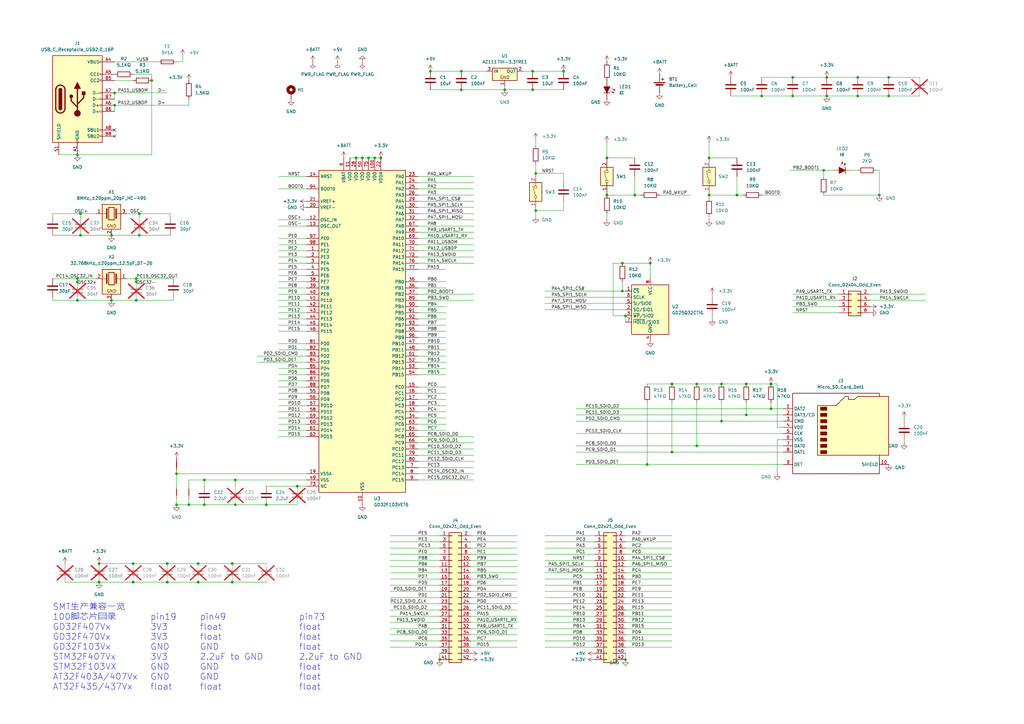
<source format=kicad_sch>
(kicad_sch (version 20231120) (generator "eeschema") (generator_version "8.0")
  (paper "A3")
  (lib_symbols
    (symbol "Connector:Micro_SD_Card_Det1"
      (property "Reference" "J" (at -16.51 17.78 0))
      (property "Value" "Micro_SD_Card_Det1" (at 16.51 17.78 0))
      (symbol "Micro_SD_Card_Det1_1_1"
        (pin bidirectional line (at -22.86 10.16 0) (length 3.81) (name "DAT2") (number "1"))
        (pin passive line (at 20.32 -12.7 180) (length 3.81) (name "SHIELD") (number "10"))
        (pin bidirectional line (at -22.86 7.62 0) (length 3.81) (name "DAT3/CD") (number "2"))
        (pin input line (at -22.86 5.08 0) (length 3.81) (name "CMD") (number "3"))
        (pin power_in line (at -22.86 2.54 0) (length 3.81) (name "VDD") (number "4"))
        (pin input line (at -22.86 0 0) (length 3.81) (name "CLK") (number "5"))
        (pin power_in line (at -22.86 -2.54 0) (length 3.81) (name "VSS") (number "6"))
        (pin bidirectional line (at -22.86 -5.08 0) (length 3.81) (name "DAT0") (number "7"))
        (pin bidirectional line (at -22.86 -7.62 0) (length 3.81) (name "DAT1") (number "8"))
        (pin passive line (at -22.86 -12.7 0) (length 3.81) (name "DET") (number "9"))
      )
    )
    (symbol "Connector:USB_C_Receptacle_USB2.0_16P" (pin_names (offset 1.016))
      (property "Reference" "J" (at 0 22.225 0))
      (property "Value" "USB_C_Receptacle_USB2.0_16P" (at 0 19.685 0))
      (symbol "USB_C_Receptacle_USB2.0_16P_1_1"
        (pin passive line (at 0 -22.86 90) (length 5.08) (name "GND") (number "A1"))
        (pin passive line (at 0 -22.86 90) (length 5.08) hide (name "GND") (number "A12"))
        (pin passive line (at 15.24 15.24 180) (length 5.08) (name "VBUS") (number "A4"))
        (pin bidirectional line (at 15.24 10.16 180) (length 5.08) (name "CC1") (number "A5"))
        (pin bidirectional line (at 15.24 -2.54 180) (length 5.08) (name "D+") (number "A6"))
        (pin bidirectional line (at 15.24 2.54 180) (length 5.08) (name "D-") (number "A7"))
        (pin bidirectional line (at 15.24 -12.7 180) (length 5.08) (name "SBU1") (number "A8"))
        (pin passive line (at 15.24 15.24 180) (length 5.08) hide (name "VBUS") (number "A9"))
        (pin passive line (at 0 -22.86 90) (length 5.08) hide (name "GND") (number "B1"))
        (pin passive line (at 0 -22.86 90) (length 5.08) hide (name "GND") (number "B12"))
        (pin passive line (at 15.24 15.24 180) (length 5.08) hide (name "VBUS") (number "B4"))
        (pin bidirectional line (at 15.24 7.62 180) (length 5.08) (name "CC2") (number "B5"))
        (pin bidirectional line (at 15.24 -5.08 180) (length 5.08) (name "D+") (number "B6"))
        (pin bidirectional line (at 15.24 0 180) (length 5.08) (name "D-") (number "B7"))
        (pin bidirectional line (at 15.24 -15.24 180) (length 5.08) (name "SBU2") (number "B8"))
        (pin passive line (at 15.24 15.24 180) (length 5.08) hide (name "VBUS") (number "B9"))
        (pin passive line (at -7.62 -22.86 90) (length 5.08) (name "SHIELD") (number "S1"))
      )
    )
    (symbol "Connector_Generic:Conn_02x04_Odd_Even" (pin_names (offset 1.016) hide)
      (property "Reference" "J" (at 1.27 5.08 0))
      (property "Value" "Conn_02x04_Odd_Even" (at 1.27 -7.62 0))
      (symbol "Conn_02x04_Odd_Even_1_1"
        (pin passive line (at -5.08 2.54 0) (length 3.81) (name "Pin_1") (number "1"))
        (pin passive line (at 7.62 2.54 180) (length 3.81) (name "Pin_2") (number "2"))
        (pin passive line (at -5.08 0 0) (length 3.81) (name "Pin_3") (number "3"))
        (pin passive line (at 7.62 0 180) (length 3.81) (name "Pin_4") (number "4"))
        (pin passive line (at -5.08 -2.54 0) (length 3.81) (name "Pin_5") (number "5"))
        (pin passive line (at 7.62 -2.54 180) (length 3.81) (name "Pin_6") (number "6"))
        (pin passive line (at -5.08 -5.08 0) (length 3.81) (name "Pin_7") (number "7"))
        (pin passive line (at 7.62 -5.08 180) (length 3.81) (name "Pin_8") (number "8"))
      )
    )
    (symbol "Connector_Generic:Conn_02x21_Odd_Even" (pin_names (offset 1.016) hide)
      (property "Reference" "J" (at 1.27 27.94 0))
      (property "Value" "Conn_02x21_Odd_Even" (at 1.27 -27.94 0))
      (symbol "Conn_02x21_Odd_Even_1_1"
        (pin passive line (at -5.08 25.4 0) (length 3.81) (name "Pin_1") (number "1"))
        (pin passive line (at 7.62 15.24 180) (length 3.81) (name "Pin_10") (number "10"))
        (pin passive line (at -5.08 12.7 0) (length 3.81) (name "Pin_11") (number "11"))
        (pin passive line (at 7.62 12.7 180) (length 3.81) (name "Pin_12") (number "12"))
        (pin passive line (at -5.08 10.16 0) (length 3.81) (name "Pin_13") (number "13"))
        (pin passive line (at 7.62 10.16 180) (length 3.81) (name "Pin_14") (number "14"))
        (pin passive line (at -5.08 7.62 0) (length 3.81) (name "Pin_15") (number "15"))
        (pin passive line (at 7.62 7.62 180) (length 3.81) (name "Pin_16") (number "16"))
        (pin passive line (at -5.08 5.08 0) (length 3.81) (name "Pin_17") (number "17"))
        (pin passive line (at 7.62 5.08 180) (length 3.81) (name "Pin_18") (number "18"))
        (pin passive line (at -5.08 2.54 0) (length 3.81) (name "Pin_19") (number "19"))
        (pin passive line (at 7.62 25.4 180) (length 3.81) (name "Pin_2") (number "2"))
        (pin passive line (at 7.62 2.54 180) (length 3.81) (name "Pin_20") (number "20"))
        (pin passive line (at -5.08 0 0) (length 3.81) (name "Pin_21") (number "21"))
        (pin passive line (at 7.62 0 180) (length 3.81) (name "Pin_22") (number "22"))
        (pin passive line (at -5.08 -2.54 0) (length 3.81) (name "Pin_23") (number "23"))
        (pin passive line (at 7.62 -2.54 180) (length 3.81) (name "Pin_24") (number "24"))
        (pin passive line (at -5.08 -5.08 0) (length 3.81) (name "Pin_25") (number "25"))
        (pin passive line (at 7.62 -5.08 180) (length 3.81) (name "Pin_26") (number "26"))
        (pin passive line (at -5.08 -7.62 0) (length 3.81) (name "Pin_27") (number "27"))
        (pin passive line (at 7.62 -7.62 180) (length 3.81) (name "Pin_28") (number "28"))
        (pin passive line (at -5.08 -10.16 0) (length 3.81) (name "Pin_29") (number "29"))
        (pin passive line (at -5.08 22.86 0) (length 3.81) (name "Pin_3") (number "3"))
        (pin passive line (at 7.62 -10.16 180) (length 3.81) (name "Pin_30") (number "30"))
        (pin passive line (at -5.08 -12.7 0) (length 3.81) (name "Pin_31") (number "31"))
        (pin passive line (at 7.62 -12.7 180) (length 3.81) (name "Pin_32") (number "32"))
        (pin passive line (at -5.08 -15.24 0) (length 3.81) (name "Pin_33") (number "33"))
        (pin passive line (at 7.62 -15.24 180) (length 3.81) (name "Pin_34") (number "34"))
        (pin passive line (at -5.08 -17.78 0) (length 3.81) (name "Pin_35") (number "35"))
        (pin passive line (at 7.62 -17.78 180) (length 3.81) (name "Pin_36") (number "36"))
        (pin passive line (at -5.08 -20.32 0) (length 3.81) (name "Pin_37") (number "37"))
        (pin passive line (at 7.62 -20.32 180) (length 3.81) (name "Pin_38") (number "38"))
        (pin passive line (at -5.08 -22.86 0) (length 3.81) (name "Pin_39") (number "39"))
        (pin passive line (at 7.62 22.86 180) (length 3.81) (name "Pin_4") (number "4"))
        (pin passive line (at 7.62 -22.86 180) (length 3.81) (name "Pin_40") (number "40"))
        (pin passive line (at -5.08 -25.4 0) (length 3.81) (name "Pin_41") (number "41"))
        (pin passive line (at 7.62 -25.4 180) (length 3.81) (name "Pin_42") (number "42"))
        (pin passive line (at -5.08 20.32 0) (length 3.81) (name "Pin_5") (number "5"))
        (pin passive line (at 7.62 20.32 180) (length 3.81) (name "Pin_6") (number "6"))
        (pin passive line (at -5.08 17.78 0) (length 3.81) (name "Pin_7") (number "7"))
        (pin passive line (at 7.62 17.78 180) (length 3.81) (name "Pin_8") (number "8"))
        (pin passive line (at -5.08 15.24 0) (length 3.81) (name "Pin_9") (number "9"))
      )
    )
    (symbol "Device:Battery_Cell" (pin_numbers hide) (pin_names (offset 0) hide)
      (property "Reference" "BT" (at 2.54 2.54 0))
      (property "Value" "Battery_Cell" (at 2.54 0 0))
      (symbol "Battery_Cell_1_1"
        (pin passive line (at 0 5.08 270) (length 2.54) (name "+") (number "1"))
        (pin passive line (at 0 -2.54 90) (length 2.54) (name "-") (number "2"))
      )
    )
    (symbol "Device:Fuse" (pin_numbers hide) (pin_names (offset 0))
      (property "Reference" "F" (at 2.032 0 90))
      (property "Value" "Fuse" (at -1.905 0 90))
      (symbol "Fuse_1_1"
        (pin passive line (at 0 3.81 270) (length 1.27) (name "~") (number "1"))
        (pin passive line (at 0 -3.81 90) (length 1.27) (name "~") (number "2"))
      )
    )
    (symbol "Device:NetTie_2" (pin_numbers hide) (pin_names (offset 0) hide) (in_bom no)
      (property "Reference" "NT" (at 0 1.27 0))
      (property "Value" "NetTie_2" (at 0 -1.27 0))
      (symbol "NetTie_2_1_1"
        (pin passive line (at -2.54 0 0) (length 2.54) (name "1") (number "1"))
        (pin passive line (at 2.54 0 180) (length 2.54) (name "2") (number "2"))
      )
    )
    (symbol "Mechanical:MountingHole_Pad" (pin_numbers hide) (pin_names (offset 1.016) hide) (exclude_from_sim yes) (in_bom no)
      (property "Reference" "H" (at 0 6.35 0))
      (property "Value" "MountingHole_Pad" (at 0 4.445 0))
      (symbol "MountingHole_Pad_1_1"
        (pin input line (at 0 -2.54 90) (length 2.54) (name "1") (number "1"))
      )
    )
    (symbol "PCM_Capacitor_US_AKL:C_0603" (pin_numbers hide) (pin_names (offset 0.254))
      (property "Reference" "C" (at 0.635 2.54 0))
      (property "Value" "C_0603" (at 0.635 -2.54 0))
      (symbol "C_0603_1_1"
        (pin passive line (at 0 3.81 270) (length 2.794) (name "~") (number "1"))
        (pin passive line (at 0 -3.81 90) (length 2.794) (name "~") (number "2"))
      )
      (symbol "C_0603_1_2"
        (pin passive line (at 2.54 2.54 270) (length 0) (name "~") (number "1"))
        (pin passive line (at -2.54 -2.54 90) (length 0) (name "~") (number "2"))
      )
    )
    (symbol "PCM_Capacitor_US_AKL:C_Disc_D5.1mm_W3.2mm_P5.00mm" (pin_numbers hide) (pin_names (offset 0.254))
      (property "Reference" "C" (at 0.635 2.54 0))
      (property "Value" "C_Disc_D5.1mm_W3.2mm_P5.00mm" (at 0.635 -2.54 0))
      (symbol "C_Disc_D5.1mm_W3.2mm_P5.00mm_1_1"
        (pin passive line (at 0 3.81 270) (length 2.794) (name "~") (number "1"))
        (pin passive line (at 0 -3.81 90) (length 2.794) (name "~") (number "2"))
      )
      (symbol "C_Disc_D5.1mm_W3.2mm_P5.00mm_1_2"
        (pin passive line (at 2.54 2.54 270) (length 0) (name "~") (number "1"))
        (pin passive line (at -2.54 -2.54 90) (length 0) (name "~") (number "2"))
      )
    )
    (symbol "PCM_LED_AKL:LED_3mm" (pin_numbers hide) (pin_names (offset 1.016) hide)
      (property "Reference" "LED" (at 0 7.62 0))
      (property "Value" "LED_3mm" (at 0 5.08 0))
      (symbol "LED_3mm_1_1"
        (pin passive line (at 3.81 0 180) (length 2.54) (name "K") (number "1"))
        (pin passive line (at -3.81 0 0) (length 2.54) (name "A") (number "2"))
      )
      (symbol "LED_3mm_1_2"
        (pin passive line (at 2.54 2.54 180) (length 0) (name "K") (number "1"))
        (pin passive line (at -2.54 -2.54 0) (length 0) (name "A") (number "2"))
      )
    )
    (symbol "PCM_Resistor_AKL:R_DIN0207_P2.54mm" (pin_numbers hide) (pin_names (offset 0))
      (property "Reference" "R" (at 2.54 1.27 0))
      (property "Value" "R_DIN0207_P2.54mm" (at 2.54 -1.27 0))
      (symbol "R_DIN0207_P2.54mm_1_1"
        (pin passive line (at 0 3.81 270) (length 1.27) (name "~") (number "1"))
        (pin passive line (at 0 -3.81 90) (length 1.27) (name "~") (number "2"))
      )
      (symbol "R_DIN0207_P2.54mm_1_2"
        (pin passive line (at 2.54 2.54 180) (length 0) (name "") (number "1"))
        (pin passive line (at -2.54 -2.54 0) (length 0) (name "") (number "2"))
      )
    )
    (symbol "PCM_Voltage_Regulator_AKL:AZ1117IH-3.3TRE1"
      (property "Reference" "U" (at 0 6.35 0))
      (property "Value" "AZ1117IH-3.3TRE1" (at 0 3.81 0))
      (symbol "AZ1117IH-3.3TRE1_0_0"
        (text "GND" (at 0 -2.54 0) (effects (font (size 1.27 1.27))))
      )
      (symbol "AZ1117IH-3.3TRE1_1_1"
        (pin power_in line (at 0 -6.35 90) (length 2.54) (name "~") (number "1"))
        (pin power_out line (at 7.62 0 180) (length 2.54) (name "OUT") (number "2"))
        (pin power_in line (at -7.62 0 0) (length 2.54) (name "IN") (number "3"))
      )
    )
    (symbol "Switch:SW_DIP_x01" (pin_names (offset 0) hide)
      (property "Reference" "SW" (at 0 3.81 0))
      (property "Value" "SW_DIP_x01" (at 0 -3.81 0))
      (symbol "SW_DIP_x01_1_1"
        (pin passive line (at -7.62 0 0) (length 5.08) (name "~") (number "1"))
        (pin passive line (at 7.62 0 180) (length 5.08) (name "~") (number "2"))
      )
    )
    (symbol "power:+3.3V" (power) (pin_numbers hide) (pin_names (offset 0) hide)
      (property "Value" "+3.3V" (at 0 3.556 0))
      (symbol "+3.3V_1_1"
        (pin power_in line (at 0 0 90) (length 0) (name "~") (number "1"))
      )
    )
    (symbol "power:+5V" (power) (pin_numbers hide) (pin_names (offset 0) hide)
      (property "Value" "+5V" (at 0 3.556 0))
      (symbol "+5V_1_1"
        (pin power_in line (at 0 0 90) (length 0) (name "~") (number "1"))
      )
    )
    (symbol "power:+BATT" (power) (pin_numbers hide) (pin_names (offset 0) hide)
      (property "Value" "+BATT" (at 0 3.556 0))
      (symbol "+BATT_1_1"
        (pin power_in line (at 0 0 90) (length 0) (name "~") (number "1"))
      )
    )
    (symbol "power:GND" (power) (pin_numbers hide) (pin_names (offset 0) hide)
      (property "Value" "GND" (at 0 -3.81 0))
      (symbol "GND_1_1"
        (pin power_in line (at 0 0 270) (length 0) (name "~") (number "1"))
      )
    )
    (symbol "power:PWR_FLAG" (power) (pin_numbers hide) (pin_names (offset 0) hide)
      (property "Value" "PWR_FLAG" (at 0 3.81 0))
      (symbol "PWR_FLAG_0_0"
        (pin power_out line (at 0 0 90) (length 0) (name "~") (number "1"))
      )
    )
    (symbol "wsylib:32.768kHz_±20ppm_12.5pF_DT-26" (pin_names (offset 1.016) hide)
      (property "Reference" "X" (at 0 8.89 0))
      (property "Value" "32.768kHz_±20ppm_12.5pF_DT-26" (at 0 6.35 0))
      (symbol "32.768kHz_±20ppm_12.5pF_DT-26_0_1"
        (text "GND" (at 0 -5.08 0) (effects (font (size 1.27 1.27))))
      )
      (symbol "32.768kHz_±20ppm_12.5pF_DT-26_1_1"
        (pin passive line (at -6.35 0 0) (length 2.54) (name "1") (number "1"))
        (pin passive line (at 6.35 0 180) (length 2.54) (name "2") (number "2"))
        (pin passive line (at 0 -8.89 90) (length 2.54) (name "3") (number "3"))
      )
    )
    (symbol "wsylib:8MHz_±20ppm_20pF_HC-49S" (pin_names (offset 1.016) hide)
      (property "Reference" "X" (at 0 8.89 0))
      (property "Value" "8MHz_±20ppm_20pF_HC-49S" (at 0 6.35 0))
      (symbol "8MHz_±20ppm_20pF_HC-49S_0_1"
        (text "GND" (at 0 -5.08 0) (effects (font (size 1.27 1.27))))
      )
      (symbol "8MHz_±20ppm_20pF_HC-49S_1_1"
        (pin passive line (at -6.35 0 0) (length 2.54) (name "1") (number "1"))
        (pin passive line (at 0 -8.89 90) (length 2.54) (name "2") (number "2"))
        (pin passive line (at 6.35 0 180) (length 2.54) (name "3") (number "3"))
      )
    )
    (symbol "wsylib:GD25Q32CTIG"
      (property "Reference" "U" (at -5.08 11.43 0))
      (property "Value" "GD25Q32CTIG" (at 11.43 11.43 0))
      (symbol "GD25Q32CTIG_1_1"
        (pin input line (at -10.16 7.62 0) (length 2.54) (name "~{CS}") (number "1"))
        (pin bidirectional line (at -10.16 0 0) (length 2.54) (name "SO/SIO1") (number "2"))
        (pin bidirectional line (at -10.16 -2.54 0) (length 2.54) (name "~{WP}/SIO2") (number "3"))
        (pin power_in line (at 0 -12.7 90) (length 2.54) (name "GND") (number "4"))
        (pin bidirectional line (at -10.16 2.54 0) (length 2.54) (name "SI/SIO0") (number "5"))
        (pin input line (at -10.16 5.08 0) (length 2.54) (name "SCLK") (number "6"))
        (pin bidirectional line (at -10.16 -5.08 0) (length 2.54) (name "~{HOLD}/SIO3") (number "7"))
        (pin power_in line (at 0 12.7 270) (length 2.54) (name "VCC") (number "8"))
      )
    )
    (symbol "wsylib:GD32F103VET6"
      (property "Reference" "U40" (at 4.7341 -68.58 0))
      (property "Value" "GD32F103VET6" (at 4.7341 -71.12 0))
      (symbol "GD32F103VET6_1_1"
        (pin bidirectional line (at -22.86 33.02 0) (length 5.08) (name "PE2") (number "1"))
        (pin power_in line (at 0 -71.12 90) (length 5.08) (name "VSS") (number "10"))
        (pin power_in line (at 5.08 71.12 270) (length 5.08) (name "VDD") (number "100"))
        (pin power_in line (at -5.08 71.12 270) (length 5.08) (name "VDD") (number "11"))
        (pin input line (at -22.86 45.72 0) (length 5.08) (name "OSC_IN") (number "12"))
        (pin input line (at -22.86 43.18 0) (length 5.08) (name "OSC_OUT") (number "13"))
        (pin input line (at -22.86 63.5 0) (length 5.08) (name "NRST") (number "14"))
        (pin bidirectional line (at 22.86 -22.86 180) (length 5.08) (name "PC0") (number "15"))
        (pin bidirectional line (at 22.86 -25.4 180) (length 5.08) (name "PC1") (number "16"))
        (pin bidirectional line (at 22.86 -27.94 180) (length 5.08) (name "PC2") (number "17"))
        (pin bidirectional line (at 22.86 -30.48 180) (length 5.08) (name "PC3") (number "18"))
        (pin passive line (at -22.86 -58.42 0) (length 5.08) (name "VSSA") (number "19"))
        (pin bidirectional line (at -22.86 30.48 0) (length 5.08) (name "PE3") (number "2"))
        (pin input line (at -22.86 50.8 0) (length 5.08) (name "VREF-") (number "20"))
        (pin input line (at -22.86 53.34 0) (length 5.08) (name "VREF+") (number "21"))
        (pin power_in line (at 7.62 71.12 270) (length 5.08) (name "VDDA") (number "22"))
        (pin bidirectional line (at 22.86 63.5 180) (length 5.08) (name "PA0") (number "23"))
        (pin bidirectional line (at 22.86 60.96 180) (length 5.08) (name "PA1") (number "24"))
        (pin bidirectional line (at 22.86 58.42 180) (length 5.08) (name "PA2") (number "25"))
        (pin bidirectional line (at 22.86 55.88 180) (length 5.08) (name "PA3") (number "26"))
        (pin passive line (at 0 -71.12 90) (length 5.08) hide (name "VSS") (number "27"))
        (pin power_in line (at -2.54 71.12 270) (length 5.08) (name "VDD") (number "28"))
        (pin bidirectional line (at 22.86 53.34 180) (length 5.08) (name "PA4") (number "29"))
        (pin bidirectional line (at -22.86 27.94 0) (length 5.08) (name "PE4") (number "3"))
        (pin bidirectional line (at 22.86 50.8 180) (length 5.08) (name "PA5") (number "30"))
        (pin bidirectional line (at 22.86 48.26 180) (length 5.08) (name "PA6") (number "31"))
        (pin bidirectional line (at 22.86 45.72 180) (length 5.08) (name "PA7") (number "32"))
        (pin bidirectional line (at 22.86 -33.02 180) (length 5.08) (name "PC4") (number "33"))
        (pin bidirectional line (at 22.86 -35.56 180) (length 5.08) (name "PC5") (number "34"))
        (pin bidirectional line (at 22.86 20.32 180) (length 5.08) (name "PB0") (number "35"))
        (pin bidirectional line (at 22.86 17.78 180) (length 5.08) (name "PB1") (number "36"))
        (pin bidirectional line (at 22.86 15.24 180) (length 5.08) (name "PB2") (number "37"))
        (pin bidirectional line (at -22.86 20.32 0) (length 5.08) (name "PE7") (number "38"))
        (pin bidirectional line (at -22.86 17.78 0) (length 5.08) (name "PE8") (number "39"))
        (pin bidirectional line (at -22.86 25.4 0) (length 5.08) (name "PE5") (number "4"))
        (pin bidirectional line (at -22.86 15.24 0) (length 5.08) (name "PE9") (number "40"))
        (pin bidirectional line (at -22.86 12.7 0) (length 5.08) (name "PE10") (number "41"))
        (pin bidirectional line (at -22.86 10.16 0) (length 5.08) (name "PE11") (number "42"))
        (pin bidirectional line (at -22.86 7.62 0) (length 5.08) (name "PE12") (number "43"))
        (pin bidirectional line (at -22.86 5.08 0) (length 5.08) (name "PE13") (number "44"))
        (pin bidirectional line (at -22.86 2.54 0) (length 5.08) (name "PE14") (number "45"))
        (pin bidirectional line (at -22.86 0 0) (length 5.08) (name "PE15") (number "46"))
        (pin bidirectional line (at 22.86 -5.08 180) (length 5.08) (name "PB10") (number "47"))
        (pin bidirectional line (at 22.86 -7.62 180) (length 5.08) (name "PB11") (number "48"))
        (pin passive line (at -22.86 -60.96 0) (length 5.08) (name "VSS") (number "49"))
        (pin bidirectional line (at -22.86 22.86 0) (length 5.08) (name "PE6") (number "5"))
        (pin power_in line (at 0 71.12 270) (length 5.08) (name "VDD") (number "50"))
        (pin bidirectional line (at 22.86 -10.16 180) (length 5.08) (name "PB12") (number "51"))
        (pin bidirectional line (at 22.86 -12.7 180) (length 5.08) (name "PB13") (number "52"))
        (pin bidirectional line (at 22.86 -15.24 180) (length 5.08) (name "PB14") (number "53"))
        (pin bidirectional line (at 22.86 -17.78 180) (length 5.08) (name "PB15") (number "54"))
        (pin bidirectional line (at -22.86 -25.4 0) (length 5.08) (name "PD8") (number "55"))
        (pin bidirectional line (at -22.86 -27.94 0) (length 5.08) (name "PD9") (number "56"))
        (pin bidirectional line (at -22.86 -30.48 0) (length 5.08) (name "PD10") (number "57"))
        (pin bidirectional line (at -22.86 -33.02 0) (length 5.08) (name "PD11") (number "58"))
        (pin bidirectional line (at -22.86 -35.56 0) (length 5.08) (name "PD12") (number "59"))
        (pin power_in line (at -7.62 71.12 270) (length 5.08) (name "VBAT") (number "6"))
        (pin bidirectional line (at -22.86 -38.1 0) (length 5.08) (name "PD13") (number "60"))
        (pin bidirectional line (at -22.86 -40.64 0) (length 5.08) (name "PD14") (number "61"))
        (pin bidirectional line (at -22.86 -43.18 0) (length 5.08) (name "PD15") (number "62"))
        (pin bidirectional line (at 22.86 -38.1 180) (length 5.08) (name "PC6") (number "63"))
        (pin bidirectional line (at 22.86 -40.64 180) (length 5.08) (name "PC7") (number "64"))
        (pin bidirectional line (at 22.86 -43.18 180) (length 5.08) (name "PC8") (number "65"))
        (pin bidirectional line (at 22.86 -45.72 180) (length 5.08) (name "PC9") (number "66"))
        (pin bidirectional line (at 22.86 43.18 180) (length 5.08) (name "PA8") (number "67"))
        (pin bidirectional line (at 22.86 40.64 180) (length 5.08) (name "PA9") (number "68"))
        (pin bidirectional line (at 22.86 38.1 180) (length 5.08) (name "PA10") (number "69"))
        (pin bidirectional line (at 22.86 -55.88 180) (length 5.08) (name "PC13") (number "7"))
        (pin bidirectional line (at 22.86 35.56 180) (length 5.08) (name "PA11") (number "70"))
        (pin bidirectional line (at 22.86 33.02 180) (length 5.08) (name "PA12") (number "71"))
        (pin bidirectional line (at 22.86 30.48 180) (length 5.08) (name "PA13") (number "72"))
        (pin passive line (at -22.86 -63.5 0) (length 5.08) (name "NC") (number "73"))
        (pin passive line (at 0 -71.12 90) (length 5.08) hide (name "VSS") (number "74"))
        (pin power_in line (at 2.54 71.12 270) (length 5.08) (name "VDD") (number "75"))
        (pin bidirectional line (at 22.86 27.94 180) (length 5.08) (name "PA14") (number "76"))
        (pin bidirectional line (at 22.86 25.4 180) (length 5.08) (name "PA15") (number "77"))
        (pin bidirectional line (at 22.86 -48.26 180) (length 5.08) (name "PC10") (number "78"))
        (pin bidirectional line (at 22.86 -50.8 180) (length 5.08) (name "PC11") (number "79"))
        (pin bidirectional line (at 22.86 -58.42 180) (length 5.08) (name "PC14") (number "8"))
        (pin bidirectional line (at 22.86 -53.34 180) (length 5.08) (name "PC12") (number "80"))
        (pin bidirectional line (at -22.86 -5.08 0) (length 5.08) (name "PD0") (number "81"))
        (pin bidirectional line (at -22.86 -7.62 0) (length 5.08) (name "PD1") (number "82"))
        (pin bidirectional line (at -22.86 -10.16 0) (length 5.08) (name "PD2") (number "83"))
        (pin bidirectional line (at -22.86 -12.7 0) (length 5.08) (name "PD3") (number "84"))
        (pin bidirectional line (at -22.86 -15.24 0) (length 5.08) (name "PD4") (number "85"))
        (pin bidirectional line (at -22.86 -17.78 0) (length 5.08) (name "PD5") (number "86"))
        (pin bidirectional line (at -22.86 -20.32 0) (length 5.08) (name "PD6") (number "87"))
        (pin bidirectional line (at -22.86 -22.86 0) (length 5.08) (name "PD7") (number "88"))
        (pin bidirectional line (at 22.86 12.7 180) (length 5.08) (name "PB3") (number "89"))
        (pin bidirectional line (at 22.86 -60.96 180) (length 5.08) (name "PC15") (number "9"))
        (pin bidirectional line (at 22.86 10.16 180) (length 5.08) (name "PB4") (number "90"))
        (pin bidirectional line (at 22.86 7.62 180) (length 5.08) (name "PB5") (number "91"))
        (pin bidirectional line (at 22.86 5.08 180) (length 5.08) (name "PB6") (number "92"))
        (pin bidirectional line (at 22.86 2.54 180) (length 5.08) (name "PB7") (number "93"))
        (pin input line (at -22.86 58.42 0) (length 5.08) (name "BOOT0") (number "94"))
        (pin bidirectional line (at 22.86 0 180) (length 5.08) (name "PB8") (number "95"))
        (pin bidirectional line (at 22.86 -2.54 180) (length 5.08) (name "PB9") (number "96"))
        (pin bidirectional line (at -22.86 38.1 0) (length 5.08) (name "PE0") (number "97"))
        (pin bidirectional line (at -22.86 35.56 0) (length 5.08) (name "PE1") (number "98"))
        (pin passive line (at 0 -71.12 90) (length 5.08) hide (name "VSS") (number "99"))
      )
    )
  )
  (junction (at 256.54 129.54))
  (junction (at 180.34 270.51))
  (junction (at 62.23 33.02))
  (junction (at 325.12 31.75))
  (junction (at 95.25 231.14))
  (junction (at 45.72 96.52))
  (junction (at 360.68 80.01))
  (junction (at 339.09 31.75))
  (junction (at 46.99 38.1))
  (junction (at 219.71 86.36))
  (junction (at 72.39 207.01))
  (junction (at 265.43 190.5))
  (junction (at 275.59 157.48))
  (junction (at 248.92 64.77))
  (junction (at 306.07 170.18))
  (junction (at 148.59 64.77))
  (junction (at 207.01 36.83))
  (junction (at 40.64 231.14))
  (junction (at 96.52 207.01))
  (junction (at 55.88 115.57))
  (junction (at 156.21 64.77))
  (junction (at 218.44 36.83))
  (junction (at 46.99 43.18))
  (junction (at 295.91 172.72))
  (junction (at 31.75 115.57))
  (junction (at 364.49 31.75))
  (junction (at 68.58 231.14))
  (junction (at 351.79 31.75))
  (junction (at 55.88 123.19))
  (junction (at 364.49 39.37))
  (junction (at 83.82 207.01))
  (junction (at 295.91 157.48))
  (junction (at 81.28 238.76))
  (junction (at 40.64 238.76))
  (junction (at 153.67 64.77))
  (junction (at 285.75 157.48))
  (junction (at 57.15 87.63))
  (junction (at 83.82 196.85))
  (junction (at 151.13 64.77))
  (junction (at 54.61 231.14))
  (junction (at 337.82 69.85))
  (junction (at 218.44 29.21))
  (junction (at 255.27 107.95))
  (junction (at 302.26 80.01))
  (junction (at 31.75 114.3))
  (junction (at 45.72 123.19))
  (junction (at 146.05 64.77))
  (junction (at 55.88 114.3))
  (junction (at 77.47 207.01))
  (junction (at 109.22 207.01))
  (junction (at 312.42 39.37))
  (junction (at 290.83 64.77))
  (junction (at 275.59 185.42))
  (junction (at 255.27 119.38))
  (junction (at 219.71 71.12))
  (junction (at 95.25 238.76))
  (junction (at 266.7 107.95))
  (junction (at 306.07 157.48))
  (junction (at 285.75 182.88))
  (junction (at 260.35 80.01))
  (junction (at 189.23 29.21))
  (junction (at 316.23 157.48))
  (junction (at 121.92 199.39))
  (junction (at 33.02 87.63))
  (junction (at 339.09 39.37))
  (junction (at 54.61 238.76))
  (junction (at 316.23 167.64))
  (junction (at 31.75 123.19))
  (junction (at 72.39 194.31))
  (junction (at 96.52 196.85))
  (junction (at 189.23 36.83))
  (junction (at 57.15 96.52))
  (junction (at 33.02 96.52))
  (junction (at 81.28 231.14))
  (junction (at 248.92 80.01))
  (junction (at 31.75 63.5))
  (junction (at 325.12 39.37))
  (junction (at 351.79 39.37))
  (junction (at 290.83 80.01))
  (junction (at 176.53 29.21))
  (junction (at 68.58 238.76))
  (junction (at 231.14 29.21))
  (junction (at 256.54 270.51))
  (no_connect (at 46.99 55.88))
  (no_connect (at 46.99 53.34))
  (wire (pts (xy 265.43 190.5) (xy 321.31 190.5)))
  (wire (pts (xy 223.52 121.92) (xy 256.54 121.92)))
  (wire (pts (xy 96.52 207.01) (xy 109.22 207.01)))
  (wire (pts (xy 356.87 123.19) (xy 379.73 123.19)))
  (wire (pts (xy 160.02 257.81) (xy 180.34 257.81)))
  (wire (pts (xy 21.59 88.9) (xy 21.59 87.63)))
  (wire (pts (xy 68.58 238.76) (xy 81.28 238.76)))
  (wire (pts (xy 370.84 180.34) (xy 370.84 181.61)))
  (wire (pts (xy 46.99 38.1) (xy 46.99 40.64)))
  (wire (pts (xy 171.45 97.79) (xy 194.31 97.79)))
  (wire (pts (xy 193.04 222.25) (xy 212.09 222.25)))
  (wire (pts (xy 31.75 114.3) (xy 39.37 114.3)))
  (wire (pts (xy 171.45 125.73) (xy 182.88 125.73)))
  (wire (pts (xy 223.52 250.19) (xy 243.84 250.19)))
  (wire (pts (xy 114.3 105.41) (xy 125.73 105.41)))
  (wire (pts (xy 46.99 25.4) (xy 64.77 25.4)))
  (wire (pts (xy 223.52 257.81) (xy 243.84 257.81)))
  (wire (pts (xy 285.75 182.88) (xy 321.31 182.88)))
  (wire (pts (xy 193.04 255.27) (xy 212.09 255.27)))
  (wire (pts (xy 219.71 86.36) (xy 219.71 88.9)))
  (wire (pts (xy 256.54 252.73) (xy 275.59 252.73)))
  (wire (pts (xy 114.3 135.89) (xy 125.73 135.89)))
  (wire (pts (xy 223.52 219.71) (xy 243.84 219.71)))
  (wire (pts (xy 171.45 95.25) (xy 194.31 95.25)))
  (wire (pts (xy 256.54 242.57) (xy 275.59 242.57)))
  (wire (pts (xy 323.85 69.85) (xy 337.82 69.85)))
  (wire (pts (xy 356.87 120.65) (xy 379.73 120.65)))
  (wire (pts (xy 171.45 82.55) (xy 194.31 82.55)))
  (wire (pts (xy 223.52 119.38) (xy 255.27 119.38)))
  (wire (pts (xy 223.52 232.41) (xy 243.84 232.41)))
  (wire (pts (xy 160.02 229.87) (xy 180.34 229.87)))
  (wire (pts (xy 171.45 161.29) (xy 182.88 161.29)))
  (wire (pts (xy 219.71 57.15) (xy 219.71 59.69)))
  (wire (pts (xy 193.04 234.95) (xy 212.09 234.95)))
  (wire (pts (xy 160.02 227.33) (xy 180.34 227.33)))
  (wire (pts (xy 171.45 105.41) (xy 194.31 105.41)))
  (wire (pts (xy 160.02 252.73) (xy 180.34 252.73)))
  (wire (pts (xy 255.27 115.57) (xy 255.27 119.38)))
  (wire (pts (xy 21.59 123.19) (xy 31.75 123.19)))
  (wire (pts (xy 114.3 115.57) (xy 125.73 115.57)))
  (wire (pts (xy 171.45 102.87) (xy 194.31 102.87)))
  (wire (pts (xy 295.91 172.72) (xy 321.31 172.72)))
  (wire (pts (xy 171.45 123.19) (xy 194.31 123.19)))
  (wire (pts (xy 255.27 119.38) (xy 256.54 119.38)))
  (wire (pts (xy 193.04 260.35) (xy 212.09 260.35)))
  (wire (pts (xy 171.45 158.75) (xy 182.88 158.75)))
  (wire (pts (xy 193.04 250.19) (xy 212.09 250.19)))
  (wire (pts (xy 71.12 123.19) (xy 71.12 121.92)))
  (wire (pts (xy 337.82 80.01) (xy 360.68 80.01)))
  (wire (pts (xy 54.61 30.48) (xy 62.23 30.48)))
  (wire (pts (xy 171.45 115.57) (xy 182.88 115.57)))
  (wire (pts (xy 114.3 92.71) (xy 125.73 92.71)))
  (wire (pts (xy 171.45 140.97) (xy 182.88 140.97)))
  (wire (pts (xy 96.52 196.85) (xy 125.73 196.85)))
  (wire (pts (xy 260.35 80.01) (xy 262.89 80.01)))
  (wire (pts (xy 171.45 128.27) (xy 182.88 128.27)))
  (wire (pts (xy 21.59 121.92) (xy 21.59 123.19)))
  (wire (pts (xy 114.3 77.47) (xy 125.73 77.47)))
  (wire (pts (xy 223.52 262.89) (xy 243.84 262.89)))
  (wire (pts (xy 114.3 163.83) (xy 125.73 163.83)))
  (wire (pts (xy 337.82 69.85) (xy 337.82 72.39)))
  (wire (pts (xy 251.46 107.95) (xy 255.27 107.95)))
  (wire (pts (xy 214.63 29.21) (xy 218.44 29.21)))
  (wire (pts (xy 55.88 115.57) (xy 55.88 116.84)))
  (wire (pts (xy 69.85 87.63) (xy 69.85 88.9)))
  (wire (pts (xy 160.02 232.41) (xy 180.34 232.41)))
  (wire (pts (xy 114.3 176.53) (xy 125.73 176.53)))
  (wire (pts (xy 114.3 133.35) (xy 125.73 133.35)))
  (wire (pts (xy 207.01 36.83) (xy 218.44 36.83)))
  (wire (pts (xy 265.43 157.48) (xy 275.59 157.48)))
  (wire (pts (xy 256.54 267.97) (xy 256.54 270.51)))
  (wire (pts (xy 219.71 86.36) (xy 231.14 86.36)))
  (wire (pts (xy 81.28 238.76) (xy 95.25 238.76)))
  (wire (pts (xy 171.45 189.23) (xy 194.31 189.23)))
  (wire (pts (xy 299.72 39.37) (xy 312.42 39.37)))
  (wire (pts (xy 114.3 113.03) (xy 125.73 113.03)))
  (wire (pts (xy 351.79 31.75) (xy 364.49 31.75)))
  (wire (pts (xy 339.09 31.75) (xy 351.79 31.75)))
  (wire (pts (xy 171.45 80.01) (xy 194.31 80.01)))
  (wire (pts (xy 77.47 207.01) (xy 83.82 207.01)))
  (wire (pts (xy 171.45 151.13) (xy 182.88 151.13)))
  (wire (pts (xy 290.83 81.28) (xy 290.83 80.01)))
  (wire (pts (xy 81.28 231.14) (xy 95.25 231.14)))
  (wire (pts (xy 171.45 146.05) (xy 182.88 146.05)))
  (wire (pts (xy 193.04 257.81) (xy 212.09 257.81)))
  (wire (pts (xy 160.02 242.57) (xy 180.34 242.57)))
  (wire (pts (xy 236.22 172.72) (xy 295.91 172.72)))
  (wire (pts (xy 46.99 43.18) (xy 77.47 43.18)))
  (wire (pts (xy 248.92 80.01) (xy 260.35 80.01)))
  (wire (pts (xy 114.3 120.65) (xy 125.73 120.65)))
  (wire (pts (xy 160.02 247.65) (xy 180.34 247.65)))
  (wire (pts (xy 68.58 231.14) (xy 81.28 231.14)))
  (wire (pts (xy 95.25 238.76) (xy 109.22 238.76)))
  (wire (pts (xy 275.59 185.42) (xy 321.31 185.42)))
  (wire (pts (xy 171.45 171.45) (xy 182.88 171.45)))
  (wire (pts (xy 231.14 86.36) (xy 231.14 82.55)))
  (wire (pts (xy 114.3 97.79) (xy 125.73 97.79)))
  (wire (pts (xy 189.23 29.21) (xy 199.39 29.21)))
  (wire (pts (xy 318.77 180.34) (xy 318.77 194.31)))
  (wire (pts (xy 171.45 90.17) (xy 194.31 90.17)))
  (wire (pts (xy 40.64 238.76) (xy 54.61 238.76)))
  (wire (pts (xy 193.04 262.89) (xy 212.09 262.89)))
  (wire (pts (xy 325.12 128.27) (xy 344.17 128.27)))
  (wire (pts (xy 54.61 231.14) (xy 68.58 231.14)))
  (wire (pts (xy 370.84 171.45) (xy 370.84 172.72)))
  (wire (pts (xy 62.23 30.48) (xy 62.23 33.02)))
  (wire (pts (xy 45.72 96.52) (xy 57.15 96.52)))
  (wire (pts (xy 55.88 114.3) (xy 55.88 115.57)))
  (wire (pts (xy 160.02 237.49) (xy 180.34 237.49)))
  (wire (pts (xy 256.54 219.71) (xy 275.59 219.71)))
  (wire (pts (xy 223.52 229.87) (xy 243.84 229.87)))
  (wire (pts (xy 223.52 127) (xy 256.54 127)))
  (wire (pts (xy 171.45 173.99) (xy 182.88 173.99)))
  (wire (pts (xy 72.39 194.31) (xy 125.73 194.31)))
  (wire (pts (xy 256.54 237.49) (xy 275.59 237.49)))
  (wire (pts (xy 46.99 33.02) (xy 54.61 33.02)))
  (wire (pts (xy 114.3 166.37) (xy 125.73 166.37)))
  (wire (pts (xy 96.52 196.85) (xy 96.52 199.39)))
  (wire (pts (xy 189.23 36.83) (xy 207.01 36.83)))
  (wire (pts (xy 219.71 71.12) (xy 219.71 67.31)))
  (wire (pts (xy 351.79 39.37) (xy 364.49 39.37)))
  (wire (pts (xy 318.77 175.26) (xy 318.77 157.48)))
  (wire (pts (xy 57.15 87.63) (xy 69.85 87.63)))
  (wire (pts (xy 316.23 165.1) (xy 316.23 167.64)))
  (wire (pts (xy 285.75 165.1) (xy 285.75 182.88)))
  (wire (pts (xy 148.59 64.77) (xy 151.13 64.77)))
  (wire (pts (xy 171.45 87.63) (xy 194.31 87.63)))
  (wire (pts (xy 193.04 219.71) (xy 212.09 219.71)))
  (wire (pts (xy 171.45 184.15) (xy 194.31 184.15)))
  (wire (pts (xy 160.02 234.95) (xy 180.34 234.95)))
  (wire (pts (xy 171.45 153.67) (xy 182.88 153.67)))
  (wire (pts (xy 114.3 140.97) (xy 125.73 140.97)))
  (wire (pts (xy 114.3 158.75) (xy 125.73 158.75)))
  (wire (pts (xy 114.3 128.27) (xy 125.73 128.27)))
  (wire (pts (xy 171.45 181.61) (xy 194.31 181.61)))
  (wire (pts (xy 21.59 114.3) (xy 31.75 114.3)))
  (wire (pts (xy 46.99 43.18) (xy 46.99 45.72)))
  (wire (pts (xy 295.91 165.1) (xy 295.91 172.72)))
  (wire (pts (xy 306.07 170.18) (xy 321.31 170.18)))
  (wire (pts (xy 114.3 100.33) (xy 125.73 100.33)))
  (wire (pts (xy 193.04 247.65) (xy 212.09 247.65)))
  (wire (pts (xy 236.22 167.64) (xy 316.23 167.64)))
  (wire (pts (xy 223.52 240.03) (xy 243.84 240.03)))
  (wire (pts (xy 55.88 123.19) (xy 71.12 123.19)))
  (wire (pts (xy 171.45 148.59) (xy 182.88 148.59)))
  (wire (pts (xy 83.82 196.85) (xy 83.82 199.39)))
  (wire (pts (xy 302.26 80.01) (xy 302.26 72.39)))
  (wire (pts (xy 223.52 260.35) (xy 243.84 260.35)))
  (wire (pts (xy 105.41 148.59) (xy 125.73 148.59)))
  (wire (pts (xy 285.75 157.48) (xy 295.91 157.48)))
  (wire (pts (xy 109.22 207.01) (xy 121.92 207.01)))
  (wire (pts (xy 176.53 36.83) (xy 189.23 36.83)))
  (wire (pts (xy 114.3 102.87) (xy 125.73 102.87)))
  (wire (pts (xy 325.12 39.37) (xy 339.09 39.37)))
  (wire (pts (xy 256.54 240.03) (xy 275.59 240.03)))
  (wire (pts (xy 321.31 180.34) (xy 318.77 180.34)))
  (wire (pts (xy 171.45 196.85) (xy 194.31 196.85)))
  (wire (pts (xy 236.22 170.18) (xy 306.07 170.18)))
  (wire (pts (xy 218.44 29.21) (xy 231.14 29.21)))
  (wire (pts (xy 171.45 77.47) (xy 194.31 77.47)))
  (wire (pts (xy 31.75 123.19) (xy 45.72 123.19)))
  (wire (pts (xy 26.67 238.76) (xy 40.64 238.76)))
  (wire (pts (xy 292.1 129.54) (xy 292.1 130.81)))
  (wire (pts (xy 256.54 129.54) (xy 251.46 129.54)))
  (wire (pts (xy 219.71 71.12) (xy 231.14 71.12)))
  (wire (pts (xy 236.22 182.88) (xy 285.75 182.88)))
  (wire (pts (xy 72.39 207.01) (xy 77.47 207.01)))
  (wire (pts (xy 160.02 265.43) (xy 180.34 265.43)))
  (wire (pts (xy 223.52 222.25) (xy 243.84 222.25)))
  (wire (pts (xy 33.02 96.52) (xy 45.72 96.52)))
  (wire (pts (xy 171.45 85.09) (xy 194.31 85.09)))
  (wire (pts (xy 160.02 255.27) (xy 180.34 255.27)))
  (wire (pts (xy 160.02 219.71) (xy 180.34 219.71)))
  (wire (pts (xy 193.04 237.49) (xy 212.09 237.49)))
  (wire (pts (xy 171.45 166.37) (xy 182.88 166.37)))
  (wire (pts (xy 231.14 71.12) (xy 231.14 74.93)))
  (wire (pts (xy 260.35 80.01) (xy 260.35 72.39)))
  (wire (pts (xy 114.3 130.81) (xy 125.73 130.81)))
  (wire (pts (xy 251.46 129.54) (xy 251.46 107.95)))
  (wire (pts (xy 312.42 80.01) (xy 320.04 80.01)))
  (wire (pts (xy 40.64 231.14) (xy 54.61 231.14)))
  (wire (pts (xy 256.54 250.19) (xy 275.59 250.19)))
  (wire (pts (xy 151.13 64.77) (xy 153.67 64.77)))
  (wire (pts (xy 160.02 245.11) (xy 180.34 245.11)))
  (wire (pts (xy 256.54 234.95) (xy 275.59 234.95)))
  (wire (pts (xy 223.52 227.33) (xy 243.84 227.33)))
  (wire (pts (xy 171.45 186.69) (xy 194.31 186.69)))
  (wire (pts (xy 105.41 146.05) (xy 125.73 146.05)))
  (wire (pts (xy 265.43 165.1) (xy 265.43 190.5)))
  (wire (pts (xy 176.53 29.21) (xy 189.23 29.21)))
  (wire (pts (xy 266.7 107.95) (xy 266.7 114.3)))
  (wire (pts (xy 223.52 124.46) (xy 256.54 124.46)))
  (wire (pts (xy 256.54 255.27) (xy 275.59 255.27)))
  (wire (pts (xy 218.44 36.83) (xy 231.14 36.83)))
  (wire (pts (xy 316.23 167.64) (xy 321.31 167.64)))
  (wire (pts (xy 193.04 240.03) (xy 212.09 240.03)))
  (wire (pts (xy 306.07 157.48) (xy 316.23 157.48)))
  (wire (pts (xy 72.39 193.04) (xy 72.39 194.31)))
  (wire (pts (xy 160.02 240.03) (xy 180.34 240.03)))
  (wire (pts (xy 114.3 123.19) (xy 125.73 123.19)))
  (wire (pts (xy 31.75 115.57) (xy 31.75 116.84)))
  (wire (pts (xy 248.92 64.77) (xy 260.35 64.77)))
  (wire (pts (xy 290.83 88.9) (xy 290.83 90.17)))
  (wire (pts (xy 160.02 260.35) (xy 180.34 260.35)))
  (wire (pts (xy 21.59 96.52) (xy 33.02 96.52)))
  (wire (pts (xy 256.54 262.89) (xy 275.59 262.89)))
  (wire (pts (xy 256.54 227.33) (xy 275.59 227.33)))
  (wire (pts (xy 57.15 87.63) (xy 57.15 88.9)))
  (wire (pts (xy 171.45 74.93) (xy 194.31 74.93)))
  (wire (pts (xy 171.45 92.71) (xy 194.31 92.71)))
  (wire (pts (xy 193.04 242.57) (xy 212.09 242.57)))
  (wire (pts (xy 256.54 260.35) (xy 275.59 260.35)))
  (wire (pts (xy 349.25 69.85) (xy 351.79 69.85)))
  (wire (pts (xy 114.3 143.51) (xy 125.73 143.51)))
  (wire (pts (xy 193.04 245.11) (xy 212.09 245.11)))
  (wire (pts (xy 306.07 165.1) (xy 306.07 170.18)))
  (wire (pts (xy 114.3 118.11) (xy 125.73 118.11)))
  (wire (pts (xy 256.54 222.25) (xy 275.59 222.25)))
  (wire (pts (xy 57.15 96.52) (xy 69.85 96.52)))
  (wire (pts (xy 223.52 247.65) (xy 243.84 247.65)))
  (wire (pts (xy 171.45 179.07) (xy 194.31 179.07)))
  (wire (pts (xy 223.52 245.11) (xy 243.84 245.11)))
  (wire (pts (xy 21.59 87.63) (xy 33.02 87.63)))
  (wire (pts (xy 171.45 120.65) (xy 194.31 120.65)))
  (wire (pts (xy 171.45 72.39) (xy 194.31 72.39)))
  (wire (pts (xy 318.77 157.48) (xy 316.23 157.48)))
  (wire (pts (xy 62.23 33.02) (xy 62.23 63.5)))
  (wire (pts (xy 325.12 31.75) (xy 339.09 31.75)))
  (wire (pts (xy 256.54 245.11) (xy 275.59 245.11)))
  (wire (pts (xy 180.34 270.51) (xy 180.34 267.97)))
  (wire (pts (xy 295.91 157.48) (xy 306.07 157.48)))
  (wire (pts (xy 364.49 39.37) (xy 377.19 39.37)))
  (wire (pts (xy 364.49 31.75) (xy 377.19 31.75)))
  (wire (pts (xy 270.51 80.01) (xy 283.21 80.01)))
  (wire (pts (xy 302.26 80.01) (xy 304.8 80.01)))
  (wire (pts (xy 312.42 39.37) (xy 325.12 39.37)))
  (wire (pts (xy 114.3 110.49) (xy 125.73 110.49)))
  (wire (pts (xy 31.75 114.3) (xy 31.75 115.57)))
  (wire (pts (xy 72.39 204.47) (xy 72.39 207.01)))
  (wire (pts (xy 171.45 135.89) (xy 182.88 135.89)))
  (wire (pts (xy 223.52 237.49) (xy 243.84 237.49)))
  (wire (pts (xy 290.83 80.01) (xy 302.26 80.01)))
  (wire (pts (xy 83.82 196.85) (xy 96.52 196.85)))
  (wire (pts (xy 359.41 69.85) (xy 360.68 69.85)))
  (wire (pts (xy 223.52 242.57) (xy 243.84 242.57)))
  (wire (pts (xy 114.3 107.95) (xy 125.73 107.95)))
  (wire (pts (xy 33.02 87.63) (xy 39.37 87.63)))
  (wire (pts (xy 171.45 168.91) (xy 182.88 168.91)))
  (wire (pts (xy 193.04 265.43) (xy 212.09 265.43)))
  (wire (pts (xy 74.93 25.4) (xy 74.93 22.86)))
  (wire (pts (xy 171.45 107.95) (xy 194.31 107.95)))
  (wire (pts (xy 236.22 185.42) (xy 275.59 185.42)))
  (wire (pts (xy 77.47 196.85) (xy 83.82 196.85)))
  (wire (pts (xy 160.02 222.25) (xy 180.34 222.25)))
  (wire (pts (xy 146.05 64.77) (xy 148.59 64.77)))
  (wire (pts (xy 160.02 250.19) (xy 180.34 250.19)))
  (wire (pts (xy 72.39 199.39) (xy 72.39 194.31)))
  (wire (pts (xy 236.22 190.5) (xy 265.43 190.5)))
  (wire (pts (xy 193.04 229.87) (xy 212.09 229.87)))
  (wire (pts (xy 223.52 234.95) (xy 243.84 234.95)))
  (wire (pts (xy 321.31 175.26) (xy 318.77 175.26)))
  (wire (pts (xy 171.45 133.35) (xy 182.88 133.35)))
  (wire (pts (xy 223.52 252.73) (xy 243.84 252.73)))
  (wire (pts (xy 171.45 110.49) (xy 182.88 110.49)))
  (wire (pts (xy 114.3 179.07) (xy 125.73 179.07)))
  (wire (pts (xy 325.12 120.65) (xy 344.17 120.65)))
  (wire (pts (xy 45.72 123.19) (xy 55.88 123.19)))
  (wire (pts (xy 121.92 199.39) (xy 125.73 199.39)))
  (wire (pts (xy 223.52 224.79) (xy 243.84 224.79)))
  (wire (pts (xy 236.22 177.8) (xy 321.31 177.8)))
  (wire (pts (xy 171.45 143.51) (xy 182.88 143.51)))
  (wire (pts (xy 160.02 224.79) (xy 180.34 224.79)))
  (wire (pts (xy 114.3 72.39) (xy 125.73 72.39)))
  (wire (pts (xy 223.52 255.27) (xy 243.84 255.27)))
  (wire (pts (xy 337.82 69.85) (xy 341.63 69.85)))
  (wire (pts (xy 325.12 123.19) (xy 344.17 123.19)))
  (wire (pts (xy 171.45 194.31) (xy 194.31 194.31)))
  (wire (pts (xy 46.99 38.1) (xy 68.58 38.1)))
  (wire (pts (xy 312.42 31.75) (xy 325.12 31.75)))
  (wire (pts (xy 171.45 138.43) (xy 182.88 138.43)))
  (wire (pts (xy 114.3 156.21) (xy 125.73 156.21)))
  (wire (pts (xy 223.52 265.43) (xy 243.84 265.43)))
  (wire (pts (xy 114.3 168.91) (xy 125.73 168.91)))
  (wire (pts (xy 52.07 114.3) (xy 55.88 114.3)))
  (wire (pts (xy 77.47 196.85) (xy 77.47 199.39)))
  (wire (pts (xy 256.54 229.87) (xy 275.59 229.87)))
  (wire (pts (xy 114.3 125.73) (xy 125.73 125.73)))
  (wire (pts (xy 171.45 130.81) (xy 182.88 130.81)))
  (wire (pts (xy 193.04 227.33) (xy 212.09 227.33)))
  (wire (pts (xy 360.68 80.01) (xy 360.68 69.85)))
  (wire (pts (xy 33.02 87.63) (xy 33.02 88.9)))
  (wire (pts (xy 83.82 207.01) (xy 96.52 207.01)))
  (wire (pts (xy 275.59 165.1) (xy 275.59 185.42)))
  (wire (pts (xy 290.83 64.77) (xy 290.83 58.42)))
  (wire (pts (xy 325.12 125.73) (xy 344.17 125.73)))
  (wire (pts (xy 114.3 171.45) (xy 125.73 171.45)))
  (wire (pts (xy 160.02 262.89) (xy 180.34 262.89)))
  (wire (pts (xy 114.3 173.99) (xy 125.73 173.99)))
  (wire (pts (xy 31.75 63.5) (xy 62.23 63.5)))
  (wire (pts (xy 171.45 100.33) (xy 194.31 100.33)))
  (wire (pts (xy 114.3 161.29) (xy 125.73 161.29)))
  (wire (pts (xy 256.54 129.54) (xy 256.54 132.08)))
  (wire (pts (xy 153.67 64.77) (xy 156.21 64.77)))
  (wire (pts (xy 109.22 199.39) (xy 121.92 199.39)))
  (wire (pts (xy 171.45 191.77) (xy 194.31 191.77)))
  (wire (pts (xy 171.45 118.11) (xy 182.88 118.11)))
  (wire (pts (xy 114.3 151.13) (xy 125.73 151.13)))
  (wire (pts (xy 248.92 87.63) (xy 248.92 90.17)))
  (wire (pts (xy 24.13 63.5) (xy 31.75 63.5)))
  (wire (pts (xy 256.54 257.81) (xy 275.59 257.81)))
  (wire (pts (xy 256.54 232.41) (xy 275.59 232.41)))
  (wire (pts (xy 114.3 90.17) (xy 125.73 90.17)))
  (wire (pts (xy 292.1 120.65) (xy 292.1 121.92)))
  (wire (pts (xy 248.92 64.77) (xy 248.92 58.42)))
  (wire (pts (xy 171.45 163.83) (xy 182.88 163.83)))
  (wire (pts (xy 256.54 247.65) (xy 275.59 247.65)))
  (wire (pts (xy 339.09 39.37) (xy 351.79 39.37)))
  (wire (pts (xy 193.04 224.79) (xy 212.09 224.79)))
  (wire (pts (xy 114.3 153.67) (xy 125.73 153.67)))
  (wire (pts (xy 256.54 224.79) (xy 275.59 224.79)))
  (wire (pts (xy 171.45 176.53) (xy 182.88 176.53)))
  (wire (pts (xy 255.27 107.95) (xy 266.7 107.95)))
  (wire (pts (xy 95.25 231.14) (xy 109.22 231.14)))
  (wire (pts (xy 55.88 114.3) (xy 71.12 114.3)))
  (wire (pts (xy 54.61 238.76) (xy 68.58 238.76)))
  (wire (pts (xy 290.83 64.77) (xy 302.26 64.77)))
  (wire (pts (xy 77.47 40.64) (xy 77.47 43.18)))
  (wire (pts (xy 207.01 35.56) (xy 207.01 36.83)))
  (wire (pts (xy 275.59 157.48) (xy 285.75 157.48)))
  (wire (pts (xy 193.04 232.41) (xy 212.09 232.41)))
  (wire (pts (xy 52.07 87.63) (xy 57.15 87.63)))
  (wire (pts (xy 143.51 64.77) (xy 146.05 64.77)))
  (wire (pts (xy 77.47 204.47) (xy 77.47 207.01)))
  (wire (pts (xy 72.39 25.4) (xy 74.93 25.4)))
  (wire (pts (xy 193.04 252.73) (xy 212.09 252.73)))
  (wire (pts (xy 256.54 265.43) (xy 275.59 265.43)))
  (text "SMT生产兼容一览\n100脚芯片目录		pin19	pin49			pin73\nGD32F407Vx		3V3		float			float\nGD32F470Vx 		3V3		float			float\nGD32F103Vx 		GND		GND				float\nSTM32F407Vx 	3V3		2.2uF to GND	2.2uF to GND\nSTM32F103VX 	GND		GND				float\nAT32F403A/407Vx	GND 	GND				float\nAT32F435/437Vx	float	float			float" (at 21.59 265.43 0) (effects (font (size 2.54 2.54)) (justify left)))
  (label "PB8" (at 171.45 229.87 0))
  (label "PD6" (at 118.11 156.21 0))
  (label "PA5_SPI1_SCLK" (at 175.26 85.09 0))
  (label "PB5" (at 175.26 128.27 0))
  (label "PB6" (at 171.45 232.41 0))
  (label "PE4" (at 195.58 222.25 0))
  (label "PB12" (at 175.26 146.05 0))
  (label "PC2" (at 175.26 163.83 0))
  (label "PC13" (at 171.45 224.79 0))
  (label "PB2_BOOT1" (at 325.12 69.85 0))
  (label "PC8_SDIO_D0" (at 162.56 260.35 0))
  (label "PC3" (at 175.26 166.37 0))
  (label "PA15" (at 195.58 252.73 0))
  (label "OSC-" (at 53.34 87.63 0))
  (label "OSC-" (at 118.11 92.71 0))
  (label "PD11" (at 259.08 262.89 0))
  (label "PB11" (at 175.26 143.51 0))
  (label "PC7" (at 175.26 176.53 0))
  (label "PD11" (at 118.11 168.91 0))
  (label "PB15" (at 175.26 153.67 0))
  (label "PB1" (at 234.95 240.03 0))
  (label "PC9_SDIO_D1" (at 175.26 181.61 0))
  (label "OSC32-" (at 55.88 116.84 0))
  (label "PC9_SDIO_D1" (at 240.03 185.42 0))
  (label "PB14" (at 175.26 151.13 0))
  (label "PD3_SDIO_DET" (at 240.03 190.5 0))
  (label "PE3" (at 118.11 105.41 0))
  (label "PE1" (at 118.11 100.33 0))
  (label "PC14_OSC32_IN" (at 22.86 114.3 0))
  (label "PB4" (at 171.45 234.95 0))
  (label "PD15" (at 195.58 265.43 0))
  (label "PB3_SWO" (at 195.58 237.49 0))
  (label "OSC32+" (at 31.75 116.84 0))
  (label "PE11" (at 118.11 125.73 0))
  (label "PA11_USBDM" (at 48.26 38.1 0))
  (label "PB15" (at 259.08 257.81 0))
  (label "PA13_SWDIO" (at 360.68 120.65 0))
  (label "PA7_SPI1_MOSI" (at 224.79 234.95 0))
  (label "PA7_SPI1_MOSI" (at 175.26 90.17 0))
  (label "PA14_SWCLK" (at 360.68 123.19 0))
  (label "PA0_WKUP" (at 259.08 222.25 0))
  (label "PA13_SWDIO" (at 175.26 105.41 0))
  (label "PB7" (at 175.26 133.35 0))
  (label "PC8_SDIO_D0" (at 240.03 182.88 0))
  (label "NRST" (at 118.11 72.39 0))
  (label "PA11_USBDM" (at 175.26 100.33 0))
  (label "PA9_USART1_TX" (at 195.58 257.81 0))
  (label "PD3_SDIO_DET" (at 107.95 148.59 0))
  (label "PC0" (at 259.08 227.33 0))
  (label "PD0" (at 195.58 247.65 0))
  (label "PC11_SDIO_D3" (at 240.03 170.18 0))
  (label "BOOT0" (at 118.11 77.47 0))
  (label "PA10_USART1_RX" (at 195.58 255.27 0))
  (label "PD10" (at 118.11 166.37 0))
  (label "PC8_SDIO_D0" (at 175.26 179.07 0))
  (label "PD8" (at 118.11 161.29 0))
  (label "PB1" (at 175.26 118.11 0))
  (label "PC15_OSC32_OUT" (at 55.88 114.3 0))
  (label "PA8" (at 171.45 257.81 0))
  (label "D+" (at 64.77 43.18 0))
  (label "PB9" (at 175.26 138.43 0))
  (label "PC0" (at 175.26 158.75 0))
  (label "PA8" (at 175.26 92.71 0))
  (label "PD15" (at 118.11 179.07 0))
  (label "PE9" (at 259.08 242.57 0))
  (label "PA3" (at 236.22 224.79 0))
  (label "PA12_USBDP" (at 48.26 43.18 0))
  (label "D-" (at 64.77 38.1 0))
  (label "PB0" (at 259.08 237.49 0))
  (label "PC14_OSC32_IN" (at 175.26 194.31 0))
  (label "PC5" (at 175.26 171.45 0))
  (label "PB10" (at 234.95 252.73 0))
  (label "PC11_SDIO_D3" (at 195.58 250.19 0))
  (label "PC12_SDIO_CLK" (at 160.02 247.65 0))
  (label "PA2" (at 259.08 219.71 0))
  (label "PD12" (at 234.95 265.43 0))
  (label "PB6" (at 175.26 130.81 0))
  (label "PA4_SPI1_CS#" (at 226.06 119.38 0))
  (label "PB3_SWO" (at 326.39 125.73 0))
  (label "PE11" (at 259.08 245.11 0))
  (label "PA6_SPI1_MISO" (at 175.26 87.63 0))
  (label "PC12_SDIO_CLK" (at 240.03 177.8 0))
  (label "PD7" (at 118.11 158.75 0))
  (label "PD2_SDIO_CMD" (at 240.03 172.72 0))
  (label "PA13_SWDIO" (at 162.56 255.27 0))
  (label "PC1" (at 175.26 161.29 0))
  (label "BOOT0" (at 313.69 80.01 0))
  (label "PE2" (at 195.58 224.79 0))
  (label "PC10_SDIO_D2" (at 161.29 250.19 0))
  (label "PA15" (at 175.26 110.49 0))
  (label "PA6_SPI1_MISO" (at 259.08 232.41 0))
  (label "PC4" (at 259.08 234.95 0))
  (label "PC10_SDIO_D2" (at 175.26 184.15 0))
  (label "PA0_WKUP" (at 175.26 72.39 0))
  (label "PB12" (at 259.08 255.27 0))
  (label "PB7" (at 195.58 232.41 0))
  (label "PE0" (at 171.45 227.33 0))
  (label "PB11" (at 259.08 252.73 0))
  (label "PC10_SDIO_D2" (at 240.03 167.64 0))
  (label "PA9_USART1_TX" (at 326.39 120.65 0))
  (label "PE10" (at 234.95 245.11 0))
  (label "PA10_USART1_RX" (at 326.39 123.19 0))
  (label "PE6" (at 118.11 113.03 0))
  (label "PA1" (at 236.22 219.71 0))
  (label "PE3" (at 171.45 222.25 0))
  (label "PE13" (at 259.08 247.65 0))
  (label "PC5" (at 234.95 237.49 0))
  (label "PC12_SDIO_CLK" (at 175.26 189.23 0))
  (label "PE12" (at 234.95 247.65 0))
  (label "PD4" (at 118.11 151.13 0))
  (label "PE1" (at 195.58 227.33 0))
  (label "PD9" (at 118.11 163.83 0))
  (label "PB4" (at 175.26 125.73 0))
  (label "PA0_WKUP" (at 271.78 80.01 0))
  (label "PD5" (at 118.11 153.67 0))
  (label "NRST" (at 222.25 71.12 0))
  (label "PC1" (at 236.22 227.33 0))
  (label "PE8" (at 234.95 242.57 0))
  (label "PB2_BOOT1" (at 175.26 120.65 0))
  (label "PC13" (at 175.26 191.77 0))
  (label "PE7" (at 259.08 240.03 0))
  (label "PC2" (at 259.08 224.79 0))
  (label "NRST" (at 234.95 229.87 0))
  (label "PA12_USBDP" (at 175.26 102.87 0))
  (label "PA4_SPI1_CS#" (at 175.26 82.55 0))
  (label "PD10" (at 234.95 262.89 0))
  (label "PE15" (at 259.08 250.19 0))
  (label "PE9" (at 118.11 120.65 0))
  (label "PD4" (at 195.58 242.57 0))
  (label "PA5_SPI1_SCLK" (at 224.79 232.41 0))
  (label "PC7" (at 195.58 262.89 0))
  (label "PA2" (at 175.26 77.47 0))
  (label "PE14" (at 234.95 250.19 0))
  (label "PD3_SDIO_DET" (at 161.29 242.57 0))
  (label "PE0" (at 118.11 97.79 0))
  (label "PC15_OSC32_OUT" (at 175.26 196.85 0))
  (label "PA9_USART1_TX" (at 175.26 95.25 0))
  (label "PA14_SWCLK" (at 163.83 252.73 0))
  (label "PB13" (at 175.26 148.59 0))
  (label "PA7_SPI1_MOSI" (at 226.06 124.46 0))
  (label "PD1" (at 171.45 245.11 0))
  (label "PA5_SPI1_SCLK" (at 226.06 121.92 0))
  (label "PE5" (at 118.11 110.49 0))
  (label "PA3" (at 175.26 80.01 0))
  (label "PC9_SDIO_D1" (at 195.58 260.35 0))
  (label "PC3" (at 236.22 222.25 0))
  (label "PA14_SWCLK" (at 175.26 107.95 0))
  (label "PE7" (at 118.11 115.57 0))
  (label "PD2_SDIO_CMD" (at 195.58 245.11 0))
  (label "PB13" (at 234.95 255.27 0))
  (label "PE4" (at 118.11 107.95 0))
  (label "PE6" (at 195.58 219.71 0))
  (label "PC6" (at 171.45 262.89 0))
  (label "PC11_SDIO_D3" (at 175.26 186.69 0))
  (label "PB8" (at 175.26 135.89 0))
  (label "PD13" (at 259.08 265.43 0))
  (label "PE12" (at 118.11 128.27 0))
  (label "PD14" (at 118.11 176.53 0))
  (label "PD12" (at 118.11 171.45 0))
  (label "PE10" (at 118.11 123.19 0))
  (label "PD6" (at 195.58 240.03 0))
  (label "PD2_SDIO_CMD" (at 107.95 146.05 0))
  (label "PB14" (at 234.95 257.81 0))
  (label "PE14" (at 118.11 133.35 0))
  (label "PB0" (at 175.26 115.57 0))
  (label "PE8" (at 118.11 118.11 0))
  (label "PB3_SWO" (at 175.26 123.19 0))
  (label "PE15" (at 118.11 135.89 0))
  (label "PB9" (at 195.58 229.87 0))
  (label "PD13" (at 118.11 173.99 0))
  (label "OSC+" (at 30.48 87.63 0))
  (label "VUSB" (at 55.88 25.4 0))
  (label "PD1" (at 118.11 143.51 0))
  (label "OSC+" (at 118.11 90.17 0))
  (label "PD14" (at 170.18 265.43 0))
  (label "PD7" (at 171.45 237.49 0))
  (label "PC6" (at 175.26 173.99 0))
  (label "PE13" (at 118.11 130.81 0))
  (label "PA1" (at 175.26 74.93 0))
  (label "PE5" (at 171.45 219.71 0))
  (label "PD8" (at 234.95 260.35 0))
  (label "PA4_SPI1_CS#" (at 259.08 229.87 0))
  (label "PD9" (at 259.08 260.35 0))
  (label "PC4" (at 175.26 168.91 0))
  (label "PE2" (at 118.11 102.87 0))
  (label "PD5" (at 171.45 240.03 0))
  (label "PD0" (at 118.11 140.97 0))
  (label "PB10" (at 175.26 140.97 0))
  (label "PB5" (at 195.58 234.95 0))
  (label "PA10_USART1_RX" (at 175.26 97.79 0))
  (label "PA6_SPI1_MISO" (at 226.06 127 0))
  (label "NRST" (at 326.39 128.27 0))
  (symbol (lib_id "Connector:USB_C_Receptacle_USB2.0_16P") (at 31.75 40.64 0) (unit 1)
    (property "Reference" "J1" (at 31.75 17.78 0))
    (property "Value" "USB_C_Receptacle_USB2.0_16P" (at 31.75 20.32 0))
    (property "Footprint" "wsylib:USB_C_Receptacle_USB2.0_16P_Ping_in" (effects (hide yes)))
    (property "Datasheet" "https://www.usb.org/sites/default/files/documents/usb_type-c.zip" (effects (hide yes)))
    (property "Description" "USB 2.0-only 16P Type-C Receptacle connector" (effects (hide yes)))
  )
  (symbol (lib_id "PCM_Resistor_AKL:R_DIN0207_P2.54mm") (at 355.6 69.85 90) (unit 1)
    (property "Reference" "R6" (at 355.6 63.5 90))
    (property "Value" "2KΩ" (at 355.6 66.04 90))
    (property "Footprint" "PCM_Resistor_THT_AKL:R_Axial_DIN0207_L6.3mm_D2.5mm_P2.54mm_Vertical" (effects (hide yes)))
    (property "Description" "THT 0207 Resistor, 2.54mm Pin Pitch, European Symbol, Alternate KiCad Library" (effects (hide yes)))
  )
  (symbol (lib_id "Mechanical:MountingHole_Pad") (at 119.38 38.1 0) (unit 1) (exclude_from_sim yes) (in_bom no)
    (property "Reference" "H1" (at 121.92 36.8299 0) (effects (justify left)))
    (property "Value" "MountingHole_Pad" (effects (hide yes)))
    (property "Footprint" "MountingHole:MountingHole_3mm_Pad" (effects (hide yes)))
    (property "Description" "Mounting Hole with connection" (effects (hide yes)))
  )
  (symbol (lib_id "Device:NetTie_2") (at 72.39 201.93 270) (unit 1) (in_bom no)
    (property "Reference" "NT2" (effects (hide yes)))
    (property "Value" "NetTie_2" (effects (hide yes)))
    (property "Footprint" "wsylib:short_circuit" (effects (hide yes)))
    (property "Description" "Net tie, 2 pins" (effects (hide yes)))
  )
  (symbol (lib_id "PCM_Capacitor_US_AKL:C_0603") (at 40.64 234.95 0) (unit 1) (dnp yes)
    (property "Reference" "C27" (at 44.45 233.6799 0) (effects (justify left)))
    (property "Value" "100nF" (at 44.45 236.2199 0) (effects (justify left)))
    (property "Footprint" "PCM_Capacitor_SMD_AKL:C_0603_1608Metric" (effects (hide yes)))
    (property "Description" "SMD 0603 MLCC capacitor, Alternate KiCad Library" (effects (hide yes)))
  )
  (symbol (lib_id "PCM_Capacitor_US_AKL:C_Disc_D5.1mm_W3.2mm_P5.00mm") (at 260.35 68.58 0) (unit 1)
    (property "Reference" "C12" (at 264.16 67.3099 0) (effects (justify left)))
    (property "Value" "100nF" (at 264.16 69.8499 0) (effects (justify left)))
    (property "Footprint" "PCM_Capacitor_THT_US_AKL:C_Disc_D5.1mm_W3.2mm_P5.00mm" (effects (hide yes)))
    (property "Description" "THT Ceramic Disc Capacitor, 5.1mm Diameter, 3.2mm Width, 5.00mm Pitch, Alternate KiCad Library" (effects (hide yes)))
  )
  (symbol (lib_id "wsylib:GD32F103VET6") (at 148.59 135.89 0) (unit 1)
    (property "Reference" "U3" (at 153.3241 204.47 0) (effects (justify left)))
    (property "Value" "GD32F103VET6" (at 153.3241 207.01 0) (effects (justify left)))
    (property "Footprint" "Package_QFP:LQFP-100_14x14mm_P0.5mm" (effects (hide yes)))
    (property "Datasheet" "https://atta.szlcsc.com/upload/public/pdf/source/20160910/1473490296871.pdf" (effects (hide yes)))
    (property "Description" "CPU内核:CM3;程序存储容量:512KB;RAM总容量:64KB;GPIO端口数量:80;工作电压范围:2.6V~3.6V;CPU最大主频:108MHz;程序存储器类型:FLASH;" (effects (hide yes)))
  )
  (symbol (lib_id "PCM_Resistor_AKL:R_DIN0207_P2.54mm") (at 265.43 161.29 180) (unit 1)
    (property "Reference" "R13" (at 267.97 160.0199 0) (effects (justify right)))
    (property "Value" "47KΩ" (at 267.97 162.5599 0) (effects (justify right)))
    (property "Footprint" "PCM_Resistor_THT_AKL:R_Axial_DIN0207_L6.3mm_D2.5mm_P2.54mm_Vertical" (effects (hide yes)))
    (property "Description" "THT 0207 Resistor, 2.54mm Pin Pitch, European Symbol, Alternate KiCad Library" (effects (hide yes)))
  )
  (symbol (lib_id "power:+3.3V") (at 248.92 58.42 0) (unit 1)
    (property "Reference" "#PWR018" (effects (hide yes)))
    (property "Value" "+3.3V" (at 251.46 57.1499 0) (effects (justify left)))
    (property "Description" "Power symbol creates a global label with name \"+3.3V\"" (effects (hide yes)))
  )
  (symbol (lib_id "power:+5V") (at 138.43 25.4 0) (unit 1)
    (property "Reference" "#PWR03" (effects (hide yes)))
    (property "Value" "+5V" (at 138.43 20.32 0))
    (property "Description" "Power symbol creates a global label with name \"+5V\"" (effects (hide yes)))
  )
  (symbol (lib_id "power:+5V") (at 243.84 267.97 90) (mirror x) (unit 1)
    (property "Reference" "#PWR054" (effects (hide yes)))
    (property "Value" "+5V" (at 240.03 267.9699 90) (effects (justify left)))
    (property "Description" "Power symbol creates a global label with name \"+5V\"" (effects (hide yes)))
  )
  (symbol (lib_id "power:+3.3V") (at 290.83 58.42 0) (unit 1)
    (property "Reference" "#PWR019" (effects (hide yes)))
    (property "Value" "+3.3V" (at 293.37 57.1499 0) (effects (justify left)))
    (property "Description" "Power symbol creates a global label with name \"+3.3V\"" (effects (hide yes)))
  )
  (symbol (lib_id "PCM_Capacitor_US_AKL:C_Disc_D5.1mm_W3.2mm_P5.00mm") (at 189.23 33.02 0) (unit 1)
    (property "Reference" "C2" (at 193.04 31.7499 0) (effects (justify left)))
    (property "Value" "100nF" (at 193.04 34.2899 0) (effects (justify left)))
    (property "Footprint" "PCM_Capacitor_THT_US_AKL:C_Disc_D5.1mm_W3.2mm_P5.00mm" (effects (hide yes)))
    (property "Description" "THT Ceramic Disc Capacitor, 5.1mm Diameter, 3.2mm Width, 5.00mm Pitch, Alternate KiCad Library" (effects (hide yes)))
  )
  (symbol (lib_id "power:GND") (at 207.01 36.83 0) (unit 1)
    (property "Reference" "#PWR012" (effects (hide yes)))
    (property "Value" "GND" (at 207.01 41.91 0))
    (property "Description" "Power symbol creates a global label with name \"GND\" , ground" (effects (hide yes)))
  )
  (symbol (lib_id "PCM_Resistor_AKL:R_DIN0207_P2.54mm") (at 58.42 33.02 270) (unit 1)
    (property "Reference" "R3" (at 58.42 26.67 90))
    (property "Value" "5.1KΩ" (at 58.42 29.21 90))
    (property "Footprint" "PCM_Resistor_THT_AKL:R_Axial_DIN0207_L6.3mm_D2.5mm_P2.54mm_Vertical" (effects (hide yes)))
    (property "Description" "THT 0207 Resistor, 2.54mm Pin Pitch, European Symbol, Alternate KiCad Library" (effects (hide yes)))
  )
  (symbol (lib_id "PCM_Capacitor_US_AKL:C_Disc_D5.1mm_W3.2mm_P5.00mm") (at 339.09 35.56 0) (unit 1)
    (property "Reference" "C8" (at 342.9 34.2899 0) (effects (justify left)))
    (property "Value" "100nF" (at 342.9 36.8299 0) (effects (justify left)))
    (property "Footprint" "PCM_Capacitor_THT_US_AKL:C_Disc_D5.1mm_W3.2mm_P5.00mm" (effects (hide yes)))
    (property "Description" "THT Ceramic Disc Capacitor, 5.1mm Diameter, 3.2mm Width, 5.00mm Pitch, Alternate KiCad Library" (effects (hide yes)))
  )
  (symbol (lib_id "power:PWR_FLAG") (at 128.27 25.4 180) (unit 1)
    (property "Reference" "#FLG01" (effects (hide yes)))
    (property "Value" "PWR_FLAG" (at 128.27 30.48 0))
    (property "Description" "Special symbol for telling ERC where power comes from" (effects (hide yes)))
  )
  (symbol (lib_id "power:PWR_FLAG") (at 138.43 25.4 180) (unit 1)
    (property "Reference" "#FLG02" (effects (hide yes)))
    (property "Value" "PWR_FLAG" (at 138.43 30.48 0))
    (property "Description" "Special symbol for telling ERC where power comes from" (effects (hide yes)))
  )
  (symbol (lib_id "wsylib:GD25Q32CTIG") (at 266.7 127 0) (unit 1)
    (property "Reference" "U2" (at 275.59 125.7299 0) (effects (justify left)))
    (property "Value" "GD25Q32CTIG" (at 275.59 128.2699 0) (effects (justify left)))
    (property "Footprint" "Package_SO:SOP-8_3.9x4.9mm_P1.27mm" (effects (hide yes)))
    (property "Datasheet" "https://atta.szlcsc.com//upload/public/pdf/source/20220726/1300C2B37EE86FAB32736E41BEA85FF5.pdf" (effects (hide yes)))
    (property "Description" "32-Mbit, Wide Range Voltage SPI Serial Flash Memory, SOP-8" (effects (hide yes)))
  )
  (symbol (lib_id "PCM_Capacitor_US_AKL:C_Disc_D5.1mm_W3.2mm_P5.00mm") (at 299.72 35.56 0) (unit 1)
    (property "Reference" "C5" (at 303.53 34.2899 0) (effects (justify left)))
    (property "Value" "100nF" (at 303.53 36.8299 0) (effects (justify left)))
    (property "Footprint" "PCM_Capacitor_THT_US_AKL:C_Disc_D5.1mm_W3.2mm_P5.00mm" (effects (hide yes)))
    (property "Description" "THT Ceramic Disc Capacitor, 5.1mm Diameter, 3.2mm Width, 5.00mm Pitch, Alternate KiCad Library" (effects (hide yes)))
  )
  (symbol (lib_id "power:+3.3V") (at 193.04 270.51 270) (unit 1)
    (property "Reference" "#PWR049" (effects (hide yes)))
    (property "Value" "+3.3V" (at 196.85 270.5099 90) (effects (justify left)))
    (property "Description" "Power symbol creates a global label with name \"+3.3V\"" (effects (hide yes)))
  )
  (symbol (lib_id "PCM_Capacitor_US_AKL:C_Disc_D5.1mm_W3.2mm_P5.00mm") (at 83.82 203.2 0) (unit 1)
    (property "Reference" "C22" (at 87.63 201.9299 0) (effects (justify left)))
    (property "Value" "2.2uF" (at 87.63 204.4699 0) (effects (justify left)))
    (property "Footprint" "PCM_Capacitor_THT_US_AKL:C_Disc_D5.1mm_W3.2mm_P5.00mm" (effects (hide yes)))
    (property "Description" "THT Ceramic Disc Capacitor, 5.1mm Diameter, 3.2mm Width, 5.00mm Pitch, Alternate KiCad Library" (effects (hide yes)))
  )
  (symbol (lib_id "PCM_Resistor_AKL:R_DIN0207_P2.54mm") (at 308.61 80.01 270) (unit 1)
    (property "Reference" "R9" (at 308.61 73.66 90))
    (property "Value" "10KΩ" (at 308.61 76.2 90))
    (property "Footprint" "PCM_Resistor_THT_AKL:R_Axial_DIN0207_L6.3mm_D2.5mm_P2.54mm_Vertical" (effects (hide yes)))
    (property "Description" "THT 0207 Resistor, 2.54mm Pin Pitch, European Symbol, Alternate KiCad Library" (effects (hide yes)))
  )
  (symbol (lib_id "PCM_Resistor_AKL:R_DIN0207_P2.54mm") (at 275.59 161.29 180) (unit 1)
    (property "Reference" "R14" (at 278.13 160.0199 0) (effects (justify right)))
    (property "Value" "47KΩ" (at 278.13 162.5599 0) (effects (justify right)))
    (property "Footprint" "PCM_Resistor_THT_AKL:R_Axial_DIN0207_L6.3mm_D2.5mm_P2.54mm_Vertical" (effects (hide yes)))
    (property "Description" "THT 0207 Resistor, 2.54mm Pin Pitch, European Symbol, Alternate KiCad Library" (effects (hide yes)))
  )
  (symbol (lib_id "power:+3.3V") (at 339.09 31.75 0) (unit 1)
    (property "Reference" "#PWR010" (effects (hide yes)))
    (property "Value" "+3.3V" (at 339.09 26.67 0))
    (property "Description" "Power symbol creates a global label with name \"+3.3V\"" (effects (hide yes)))
  )
  (symbol (lib_id "PCM_Resistor_AKL:R_DIN0207_P2.54mm") (at 248.92 29.21 0) (unit 1)
    (property "Reference" "R1" (at 251.46 27.9399 0) (effects (justify left)))
    (property "Value" "10KΩ" (at 251.46 30.4799 0) (effects (justify left)))
    (property "Footprint" "PCM_Resistor_THT_AKL:R_Axial_DIN0207_L6.3mm_D2.5mm_P2.54mm_Vertical" (effects (hide yes)))
    (property "Description" "THT 0207 Resistor, 2.54mm Pin Pitch, European Symbol, Alternate KiCad Library" (effects (hide yes)))
  )
  (symbol (lib_id "power:GND") (at 180.34 270.51 0) (unit 1)
    (property "Reference" "#PWR051" (effects (hide yes)))
    (property "Value" "GND" (at 177.8 271.7799 0) (effects (justify right)))
    (property "Description" "Power symbol creates a global label with name \"GND\" , ground" (effects (hide yes)))
  )
  (symbol (lib_id "PCM_Capacitor_US_AKL:C_Disc_D5.1mm_W3.2mm_P5.00mm") (at 351.79 35.56 0) (unit 1)
    (property "Reference" "C9" (at 355.6 34.2899 0) (effects (justify left)))
    (property "Value" "100nF" (at 355.6 36.8299 0) (effects (justify left)))
    (property "Footprint" "PCM_Capacitor_THT_US_AKL:C_Disc_D5.1mm_W3.2mm_P5.00mm" (effects (hide yes)))
    (property "Description" "THT Ceramic Disc Capacitor, 5.1mm Diameter, 3.2mm Width, 5.00mm Pitch, Alternate KiCad Library" (effects (hide yes)))
  )
  (symbol (lib_id "power:+5V") (at 74.93 22.86 0) (unit 1)
    (property "Reference" "#PWR01" (effects (hide yes)))
    (property "Value" "+5V" (at 77.47 21.5899 0) (effects (justify left)))
    (property "Description" "Power symbol creates a global label with name \"+5V\"" (effects (hide yes)))
  )
  (symbol (lib_id "power:GND") (at 119.38 40.64 0) (unit 1)
    (property "Reference" "#PWR016" (effects (hide yes)))
    (property "Value" "GND" (at 119.38 45.72 0))
    (property "Description" "Power symbol creates a global label with name \"GND\" , ground" (effects (hide yes)))
  )
  (symbol (lib_id "Switch:SW_DIP_x01") (at 248.92 72.39 90) (unit 1)
    (property "Reference" "SW1" (at 252.73 72.3899 90) (effects (justify right)))
    (property "Value" "SW_DIP_x01" (effects (hide yes)))
    (property "Footprint" "Button_Switch_THT:SW_PUSH_6mm_H7.3mm" (effects (hide yes)))
    (property "Description" "1x DIP Switch, Single Pole Single Throw (SPST) switch, small symbol" (effects (hide yes)))
  )
  (symbol (lib_id "PCM_Resistor_AKL:R_DIN0207_P2.54mm") (at 295.91 161.29 180) (unit 1)
    (property "Reference" "R16" (at 298.45 160.0199 0) (effects (justify right)))
    (property "Value" "47KΩ" (at 298.45 162.5599 0) (effects (justify right)))
    (property "Footprint" "PCM_Resistor_THT_AKL:R_Axial_DIN0207_L6.3mm_D2.5mm_P2.54mm_Vertical" (effects (hide yes)))
    (property "Description" "THT 0207 Resistor, 2.54mm Pin Pitch, European Symbol, Alternate KiCad Library" (effects (hide yes)))
  )
  (symbol (lib_id "PCM_Resistor_AKL:R_DIN0207_P2.54mm") (at 50.8 30.48 270) (unit 1)
    (property "Reference" "R2" (at 50.8 24.13 90))
    (property "Value" "5.1KΩ" (at 50.8 26.67 90))
    (property "Footprint" "PCM_Resistor_THT_AKL:R_Axial_DIN0207_L6.3mm_D2.5mm_P2.54mm_Vertical" (effects (hide yes)))
    (property "Description" "THT 0207 Resistor, 2.54mm Pin Pitch, European Symbol, Alternate KiCad Library" (effects (hide yes)))
  )
  (symbol (lib_id "power:+3.3V") (at 316.23 157.48 0) (unit 1)
    (property "Reference" "#PWR038" (effects (hide yes)))
    (property "Value" "+3.3V" (at 316.23 152.4 0))
    (property "Description" "Power symbol creates a global label with name \"+3.3V\"" (effects (hide yes)))
  )
  (symbol (lib_id "Device:Battery_Cell") (at 270.51 35.56 0) (unit 1)
    (property "Reference" "BT1" (at 274.32 32.4484 0) (effects (justify left)))
    (property "Value" "Battery_Cell" (at 274.32 34.9884 0) (effects (justify left)))
    (property "Footprint" "jlclib:BAT-SMD_CR1220-2" (effects (hide yes)))
    (property "Description" "Single-cell battery" (effects (hide yes)))
  )
  (symbol (lib_id "power:GND") (at 256.54 270.51 0) (unit 1)
    (property "Reference" "#PWR052" (effects (hide yes)))
    (property "Value" "GND" (at 254 271.7799 0) (effects (justify right)))
    (property "Description" "Power symbol creates a global label with name \"GND\" , ground" (effects (hide yes)))
  )
  (symbol (lib_id "Connector_Generic:Conn_02x21_Odd_Even") (at 248.92 245.11 0) (unit 1)
    (property "Reference" "J5" (at 250.19 213.36 0))
    (property "Value" "Conn_02x21_Odd_Even" (at 250.19 215.9 0))
    (property "Footprint" "Connector_PinHeader_2.54mm:PinHeader_2x21_P2.54mm_Vertical" (effects (hide yes)))
    (property "Description" "Generic connector, double row, 02x21, odd/even pin numbering scheme (row 1 odd numbers, row 2 even numbers), script generated (kicad-library-utils/schlib/autogen/connector/)" (effects (hide yes)))
  )
  (symbol (lib_id "power:+3.3V") (at 72.39 187.96 0) (unit 1)
    (property "Reference" "#PWR041" (effects (hide yes)))
    (property "Value" "+3.3V" (at 72.39 182.88 0))
    (property "Description" "Power symbol creates a global label with name \"+3.3V\"" (effects (hide yes)))
  )
  (symbol (lib_id "PCM_Resistor_AKL:R_DIN0207_P2.54mm") (at 337.82 76.2 0) (unit 1)
    (property "Reference" "R7" (at 340.36 74.9299 0) (effects (justify left)))
    (property "Value" "10KΩ" (at 340.36 77.4699 0) (effects (justify left)))
    (property "Footprint" "PCM_Resistor_THT_AKL:R_Axial_DIN0207_L6.3mm_D2.5mm_P2.54mm_Vertical" (effects (hide yes)))
    (property "Description" "THT 0207 Resistor, 2.54mm Pin Pitch, European Symbol, Alternate KiCad Library" (effects (hide yes)))
  )
  (symbol (lib_id "wsylib:8MHz_±20ppm_20pF_HC-49S") (at 45.72 87.63 0) (unit 1)
    (property "Reference" "X1" (at 45.72 78.74 0))
    (property "Value" "8MHz_±20ppm_20pF_HC-49S" (at 45.72 81.28 0))
    (property "Footprint" "wsylib:Crystal_HC49-U-3Pin_Vertical_change" (effects (hide yes)))
    (property "Description" "Quartz crystal, Shielded, Generic symbol, Alternate KiCad Library" (effects (hide yes)))
  )
  (symbol (lib_id "PCM_Resistor_AKL:R_DIN0207_P2.54mm") (at 306.07 161.29 180) (unit 1)
    (property "Reference" "R17" (at 308.61 160.0199 0) (effects (justify right)))
    (property "Value" "47KΩ" (at 308.61 162.5599 0) (effects (justify right)))
    (property "Footprint" "PCM_Resistor_THT_AKL:R_Axial_DIN0207_L6.3mm_D2.5mm_P2.54mm_Vertical" (effects (hide yes)))
    (property "Description" "THT 0207 Resistor, 2.54mm Pin Pitch, European Symbol, Alternate KiCad Library" (effects (hide yes)))
  )
  (symbol (lib_id "power:GND") (at 360.68 80.01 0) (unit 1)
    (property "Reference" "#PWR023" (effects (hide yes)))
    (property "Value" "GND" (at 363.22 81.2799 0) (effects (justify left)))
    (property "Description" "Power symbol creates a global label with name \"GND\" , ground" (effects (hide yes)))
  )
  (symbol (lib_id "PCM_Voltage_Regulator_AKL:AZ1117IH-3.3TRE1") (at 207.01 29.21 0) (unit 1)
    (property "Reference" "U1" (at 207.01 22.86 0))
    (property "Value" "AZ1117IH-3.3TRE1" (at 207.01 25.4 0))
    (property "Footprint" "PCM_Package_TO_SOT_SMD_AKL:SOT-223-3_TabPin2" (effects (hide yes)))
    (property "Datasheet" "https://www.diodes.com/assets/Datasheets/AZ1117I.pdf" (effects (hide yes)))
    (property "Description" "SOT-223 3.3V 1A Low Dropout Voltage Regulator, Alternate KiCad Library" (effects (hide yes)))
  )
  (symbol (lib_id "power:+3.3V") (at 292.1 120.65 0) (unit 1)
    (property "Reference" "#PWR032" (effects (hide yes)))
    (property "Value" "+3.3V" (at 294.64 119.3799 0) (effects (justify left)))
    (property "Description" "Power symbol creates a global label with name \"+3.3V\"" (effects (hide yes)))
  )
  (symbol (lib_id "Connector:Micro_SD_Card_Det1") (at 344.17 177.8 0) (unit 1)
    (property "Reference" "J3" (at 344.805 156.21 0))
    (property "Value" "Micro_SD_Card_Det1" (at 344.805 158.75 0))
    (property "Footprint" "wsylib:microSD_9pin" (effects (hide yes)))
    (property "Datasheet" "https://datasheet.lcsc.com/lcsc/2110151630_XKB-Connectivity-XKTF-015-N_C381082.pdf" (effects (hide yes)))
    (property "Description" "Micro SD Card Socket with one card detection pin" (effects (hide yes)))
  )
  (symbol (lib_id "Device:NetTie_2") (at 72.39 190.5 270) (unit 1) (in_bom no)
    (property "Reference" "NT1" (effects (hide yes)))
    (property "Value" "NetTie_2" (effects (hide yes)))
    (property "Footprint" "wsylib:short_circuit" (effects (hide yes)))
    (property "Description" "Net tie, 2 pins" (effects (hide yes)))
  )
  (symbol (lib_id "PCM_Resistor_AKL:R_DIN0207_P2.54mm") (at 285.75 161.29 180) (unit 1)
    (property "Reference" "R15" (at 288.29 160.0199 0) (effects (justify right)))
    (property "Value" "47KΩ" (at 288.29 162.5599 0) (effects (justify right)))
    (property "Footprint" "PCM_Resistor_THT_AKL:R_Axial_DIN0207_L6.3mm_D2.5mm_P2.54mm_Vertical" (effects (hide yes)))
    (property "Description" "THT 0207 Resistor, 2.54mm Pin Pitch, European Symbol, Alternate KiCad Library" (effects (hide yes)))
  )
  (symbol (lib_id "PCM_Resistor_AKL:R_DIN0207_P2.54mm") (at 316.23 161.29 180) (unit 1)
    (property "Reference" "R18" (at 318.77 160.0199 0) (effects (justify right)))
    (property "Value" "47KΩ" (at 318.77 162.5599 0) (effects (justify right)))
    (property "Footprint" "PCM_Resistor_THT_AKL:R_Axial_DIN0207_L6.3mm_D2.5mm_P2.54mm_Vertical" (effects (hide yes)))
    (property "Description" "THT 0207 Resistor, 2.54mm Pin Pitch, European Symbol, Alternate KiCad Library" (effects (hide yes)))
  )
  (symbol (lib_id "PCM_Capacitor_US_AKL:C_Disc_D5.1mm_W3.2mm_P5.00mm") (at 302.26 68.58 0) (unit 1)
    (property "Reference" "C13" (at 306.07 67.3099 0) (effects (justify left)))
    (property "Value" "100nF" (at 306.07 69.8499 0) (effects (justify left)))
    (property "Footprint" "PCM_Capacitor_THT_US_AKL:C_Disc_D5.1mm_W3.2mm_P5.00mm" (effects (hide yes)))
    (property "Description" "THT Ceramic Disc Capacitor, 5.1mm Diameter, 3.2mm Width, 5.00mm Pitch, Alternate KiCad Library" (effects (hide yes)))
  )
  (symbol (lib_id "PCM_Capacitor_US_AKL:C_Disc_D5.1mm_W3.2mm_P5.00mm") (at 370.84 176.53 0) (unit 1)
    (property "Reference" "C20" (at 374.65 175.2599 0) (effects (justify left)))
    (property "Value" "100nF" (at 374.65 177.7999 0) (effects (justify left)))
    (property "Footprint" "PCM_Capacitor_THT_US_AKL:C_Disc_D5.1mm_W3.2mm_P5.00mm" (effects (hide yes)))
    (property "Description" "THT Ceramic Disc Capacitor, 5.1mm Diameter, 3.2mm Width, 5.00mm Pitch, Alternate KiCad Library" (effects (hide yes)))
  )
  (symbol (lib_id "PCM_Resistor_AKL:R_DIN0207_P2.54mm") (at 290.83 85.09 0) (unit 1)
    (property "Reference" "R11" (at 293.37 83.8199 0) (effects (justify left)))
    (property "Value" "10KΩ" (at 293.37 86.3599 0) (effects (justify left)))
    (property "Footprint" "PCM_Resistor_THT_AKL:R_Axial_DIN0207_L6.3mm_D2.5mm_P2.54mm_Vertical" (effects (hide yes)))
    (property "Description" "THT 0207 Resistor, 2.54mm Pin Pitch, European Symbol, Alternate KiCad Library" (effects (hide yes)))
  )
  (symbol (lib_id "Switch:SW_DIP_x01") (at 219.71 78.74 90) (unit 1)
    (property "Reference" "SW3" (at 223.52 78.7399 90) (effects (justify right)))
    (property "Value" "SW_DIP_x01" (effects (hide yes)))
    (property "Footprint" "Button_Switch_THT:SW_PUSH_6mm_H7.3mm" (effects (hide yes)))
    (property "Description" "1x DIP Switch, Single Pole Single Throw (SPST) switch, small symbol" (effects (hide yes)))
  )
  (symbol (lib_id "power:GND") (at 339.09 39.37 0) (unit 1)
    (property "Reference" "#PWR014" (effects (hide yes)))
    (property "Value" "GND" (at 339.09 44.45 0))
    (property "Description" "Power symbol creates a global label with name \"GND\" , ground" (effects (hide yes)))
  )
  (symbol (lib_id "power:+3.3V") (at 40.64 231.14 0) (unit 1)
    (property "Reference" "#PWR047" (effects (hide yes)))
    (property "Value" "+3.3V" (at 40.64 226.06 0))
    (property "Description" "Power symbol creates a global label with name \"+3.3V\"" (effects (hide yes)))
  )
  (symbol (lib_id "PCM_Capacitor_US_AKL:C_Disc_D5.1mm_W3.2mm_P5.00mm") (at 364.49 35.56 0) (unit 1)
    (property "Reference" "C10" (at 368.3 34.2899 0) (effects (justify left)))
    (property "Value" "100nF" (at 368.3 36.8299 0) (effects (justify left)))
    (property "Footprint" "PCM_Capacitor_THT_US_AKL:C_Disc_D5.1mm_W3.2mm_P5.00mm" (effects (hide yes)))
    (property "Description" "THT Ceramic Disc Capacitor, 5.1mm Diameter, 3.2mm Width, 5.00mm Pitch, Alternate KiCad Library" (effects (hide yes)))
  )
  (symbol (lib_id "power:+3.3V") (at 356.87 125.73 270) (unit 1)
    (property "Reference" "#PWR031" (effects (hide yes)))
    (property "Value" "+3.3V" (at 360.68 125.7299 90) (effects (justify left)))
    (property "Description" "Power symbol creates a global label with name \"+3.3V\"" (effects (hide yes)))
  )
  (symbol (lib_id "PCM_Capacitor_US_AKL:C_Disc_D5.1mm_W3.2mm_P5.00mm") (at 325.12 35.56 0) (unit 1)
    (property "Reference" "C7" (at 328.93 34.2899 0) (effects (justify left)))
    (property "Value" "100nF" (at 328.93 36.8299 0) (effects (justify left)))
    (property "Footprint" "PCM_Capacitor_THT_US_AKL:C_Disc_D5.1mm_W3.2mm_P5.00mm" (effects (hide yes)))
    (property "Description" "THT Ceramic Disc Capacitor, 5.1mm Diameter, 3.2mm Width, 5.00mm Pitch, Alternate KiCad Library" (effects (hide yes)))
  )
  (symbol (lib_id "PCM_Capacitor_US_AKL:C_Disc_D5.1mm_W3.2mm_P5.00mm") (at 109.22 203.2 0) (unit 1)
    (property "Reference" "C24" (at 113.03 201.9299 0) (effects (justify left)))
    (property "Value" "2.2uF" (at 113.03 204.4699 0) (effects (justify left)))
    (property "Footprint" "PCM_Capacitor_THT_US_AKL:C_Disc_D5.1mm_W3.2mm_P5.00mm" (effects (hide yes)))
    (property "Description" "THT Ceramic Disc Capacitor, 5.1mm Diameter, 3.2mm Width, 5.00mm Pitch, Alternate KiCad Library" (effects (hide yes)))
  )
  (symbol (lib_id "power:GND") (at 370.84 181.61 0) (unit 1)
    (property "Reference" "#PWR040" (effects (hide yes)))
    (property "Value" "GND" (at 368.3 182.8799 0) (effects (justify right)))
    (property "Description" "Power symbol creates a global label with name \"GND\" , ground" (effects (hide yes)))
  )
  (symbol (lib_id "PCM_Capacitor_US_AKL:C_0603") (at 54.61 234.95 0) (unit 1) (dnp yes)
    (property "Reference" "C28" (at 58.42 233.6799 0) (effects (justify left)))
    (property "Value" "100nF" (at 58.42 236.2199 0) (effects (justify left)))
    (property "Footprint" "PCM_Capacitor_SMD_AKL:C_0603_1608Metric" (effects (hide yes)))
    (property "Description" "SMD 0603 MLCC capacitor, Alternate KiCad Library" (effects (hide yes)))
  )
  (symbol (lib_id "power:+3.3V") (at 219.71 57.15 0) (unit 1)
    (property "Reference" "#PWR017" (effects (hide yes)))
    (property "Value" "+3.3V" (at 222.25 55.8799 0) (effects (justify left)))
    (property "Description" "Power symbol creates a global label with name \"+3.3V\"" (effects (hide yes)))
  )
  (symbol (lib_id "PCM_Capacitor_US_AKL:C_0603") (at 55.88 119.38 0) (unit 1) (dnp yes)
    (property "Reference" "C36" (at 59.69 118.1099 0) (effects (justify left)))
    (property "Value" "30nF" (at 59.69 120.6499 0) (effects (justify left)))
    (property "Footprint" "PCM_Capacitor_SMD_AKL:C_0603_1608Metric" (effects (hide yes)))
    (property "Description" "SMD 0603 MLCC capacitor, Alternate KiCad Library" (effects (hide yes)))
  )
  (symbol (lib_id "power:+3.3V") (at 77.47 33.02 0) (mirror y) (unit 1)
    (property "Reference" "#PWR011" (effects (hide yes)))
    (property "Value" "+3.3V" (at 74.93 31.7499 0) (effects (justify left)))
    (property "Description" "Power symbol creates a global label with name \"+3.3V\"" (effects (hide yes)))
  )
  (symbol (lib_id "PCM_Capacitor_US_AKL:C_0603") (at 33.02 92.71 0) (unit 1) (dnp yes)
    (property "Reference" "C33" (at 36.83 91.4399 0) (effects (justify left)))
    (property "Value" "30nF" (at 36.83 93.9799 0) (effects (justify left)))
    (property "Footprint" "PCM_Capacitor_SMD_AKL:C_0603_1608Metric" (effects (hide yes)))
    (property "Description" "SMD 0603 MLCC capacitor, Alternate KiCad Library" (effects (hide yes)))
  )
  (symbol (lib_id "power:GND") (at 148.59 207.01 0) (unit 1)
    (property "Reference" "#PWR045" (effects (hide yes)))
    (property "Value" "GND" (at 148.59 212.09 0))
    (property "Description" "Power symbol creates a global label with name \"GND\" , ground" (effects (hide yes)))
  )
  (symbol (lib_id "power:+3.3V") (at 231.14 29.21 0) (unit 1)
    (property "Reference" "#PWR07" (effects (hide yes)))
    (property "Value" "+3.3V" (at 231.14 24.13 0))
    (property "Description" "Power symbol creates a global label with name \"+3.3V\"" (effects (hide yes)))
  )
  (symbol (lib_id "PCM_Resistor_AKL:R_DIN0207_P2.54mm") (at 266.7 80.01 270) (unit 1)
    (property "Reference" "R8" (at 266.7 73.66 90))
    (property "Value" "10KΩ" (at 266.7 76.2 90))
    (property "Footprint" "PCM_Resistor_THT_AKL:R_Axial_DIN0207_L6.3mm_D2.5mm_P2.54mm_Vertical" (effects (hide yes)))
    (property "Description" "THT 0207 Resistor, 2.54mm Pin Pitch, European Symbol, Alternate KiCad Library" (effects (hide yes)))
  )
  (symbol (lib_id "power:+BATT") (at 26.67 231.14 0) (unit 1)
    (property "Reference" "#PWR046" (effects (hide yes)))
    (property "Value" "+BATT" (at 26.67 226.06 0))
    (property "Description" "Power symbol creates a global label with name \"+BATT\"" (effects (hide yes)))
  )
  (symbol (lib_id "PCM_Capacitor_US_AKL:C_Disc_D5.1mm_W3.2mm_P5.00mm") (at 377.19 35.56 0) (unit 1) (on_board no) (dnp yes)
    (property "Reference" "C11" (at 381 34.2899 0) (effects (justify left)))
    (property "Value" "100nF" (at 381 36.8299 0) (effects (justify left)))
    (property "Footprint" "PCM_Capacitor_THT_US_AKL:C_Disc_D5.1mm_W3.2mm_P5.00mm" (effects (hide yes)))
    (property "Description" "THT Ceramic Disc Capacitor, 5.1mm Diameter, 3.2mm Width, 5.00mm Pitch, Alternate KiCad Library" (effects (hide yes)))
  )
  (symbol (lib_id "power:+3.3V") (at 370.84 171.45 0) (unit 1)
    (property "Reference" "#PWR039" (effects (hide yes)))
    (property "Value" "+3.3V" (at 370.84 166.37 0))
    (property "Description" "Power symbol creates a global label with name \"+3.3V\"" (effects (hide yes)))
  )
  (symbol (lib_id "PCM_Capacitor_US_AKL:C_Disc_D5.1mm_W3.2mm_P5.00mm") (at 176.53 33.02 0) (unit 1)
    (property "Reference" "C1" (at 180.34 31.7499 0) (effects (justify left)))
    (property "Value" "10uF" (at 180.34 34.2899 0) (effects (justify left)))
    (property "Footprint" "PCM_Capacitor_THT_US_AKL:C_Disc_D5.1mm_W3.2mm_P5.00mm" (effects (hide yes)))
    (property "Description" "THT Ceramic Disc Capacitor, 5.1mm Diameter, 3.2mm Width, 5.00mm Pitch, Alternate KiCad Library" (effects (hide yes)))
  )
  (symbol (lib_id "PCM_LED_AKL:LED_3mm") (at 248.92 36.83 270) (unit 1)
    (property "Reference" "LED1" (at 254 35.5599 90) (effects (justify left)))
    (property "Value" "红" (at 254 38.0999 90) (effects (justify left)))
    (property "Footprint" "PCM_LED_THT_AKL:LED_D3.0mm" (effects (hide yes)))
    (property "Description" "LED, Generic 3mm THT, Alternate KiCad Library" (effects (hide yes)))
  )
  (symbol (lib_id "PCM_Capacitor_US_AKL:C_Disc_D5.1mm_W3.2mm_P5.00mm") (at 231.14 33.02 0) (unit 1)
    (property "Reference" "C4" (at 234.95 31.7499 0) (effects (justify left)))
    (property "Value" "100nF" (at 234.95 34.2899 0) (effects (justify left)))
    (property "Footprint" "PCM_Capacitor_THT_US_AKL:C_Disc_D5.1mm_W3.2mm_P5.00mm" (effects (hide yes)))
    (property "Description" "THT Ceramic Disc Capacitor, 5.1mm Diameter, 3.2mm Width, 5.00mm Pitch, Alternate KiCad Library" (effects (hide yes)))
  )
  (symbol (lib_id "power:+BATT") (at 270.51 30.48 0) (unit 1)
    (property "Reference" "#PWR08" (effects (hide yes)))
    (property "Value" "+BATT" (at 270.51 25.4 0))
    (property "Description" "Power symbol creates a global label with name \"+BATT\"" (effects (hide yes)))
  )
  (symbol (lib_id "Switch:SW_DIP_x01") (at 290.83 72.39 90) (unit 1)
    (property "Reference" "SW2" (at 294.64 72.3899 90) (effects (justify right)))
    (property "Value" "SW_DIP_x01" (effects (hide yes)))
    (property "Footprint" "Button_Switch_THT:SW_PUSH_6mm_H7.3mm" (effects (hide yes)))
    (property "Description" "1x DIP Switch, Single Pole Single Throw (SPST) switch, small symbol" (effects (hide yes)))
  )
  (symbol (lib_id "PCM_Capacitor_US_AKL:C_Disc_D5.1mm_W3.2mm_P5.00mm") (at 71.12 118.11 0) (unit 1)
    (property "Reference" "C18" (at 74.93 116.8399 0) (effects (justify left)))
    (property "Value" "30pF" (at 74.93 119.3799 0) (effects (justify left)))
    (property "Footprint" "PCM_Capacitor_THT_US_AKL:C_Disc_D5.1mm_W3.2mm_P5.00mm" (effects (hide yes)))
    (property "Description" "THT Ceramic Disc Capacitor, 5.1mm Diameter, 3.2mm Width, 5.00mm Pitch, Alternate KiCad Library" (effects (hide yes)))
  )
  (symbol (lib_id "power:GND") (at 266.7 139.7 0) (unit 1)
    (property "Reference" "#PWR037" (effects (hide yes)))
    (property "Value" "GND" (at 266.7 144.78 0))
    (property "Description" "Power symbol creates a global label with name \"GND\" , ground" (effects (hide yes)))
  )
  (symbol (lib_id "wsylib:32.768kHz_±20ppm_12.5pF_DT-26") (at 45.72 114.3 0) (mirror y) (unit 1)
    (property "Reference" "X2" (at 45.72 105.41 0))
    (property "Value" "32.768kHz_±20ppm_12.5pF_DT-26" (at 45.72 107.95 0))
    (property "Footprint" "Crystal:Crystal_DS26_D2.0mm_L6.0mm_Horizontal_1EP_style2" (effects (hide yes)))
    (property "Description" "Quartz crystal, Shielded, Generic symbol, Alternate KiCad Library" (effects (hide yes)))
  )
  (symbol (lib_id "power:+BATT") (at 128.27 25.4 0) (unit 1)
    (property "Reference" "#PWR02" (effects (hide yes)))
    (property "Value" "+BATT" (at 128.27 20.32 0))
    (property "Description" "Power symbol creates a global label with name \"+BATT\"" (effects (hide yes)))
  )
  (symbol (lib_id "power:GND") (at 292.1 130.81 0) (unit 1)
    (property "Reference" "#PWR036" (effects (hide yes)))
    (property "Value" "GND" (at 294.64 132.0799 0) (effects (justify left)))
    (property "Description" "Power symbol creates a global label with name \"GND\" , ground" (effects (hide yes)))
  )
  (symbol (lib_id "PCM_LED_AKL:LED_3mm") (at 345.44 69.85 0) (unit 1)
    (property "Reference" "LED2" (at 345.44 60.96 0))
    (property "Value" "绿" (at 345.44 63.5 0))
    (property "Footprint" "PCM_LED_THT_AKL:LED_D3.0mm" (effects (hide yes)))
    (property "Description" "LED, Generic 3mm THT, Alternate KiCad Library" (effects (hide yes)))
  )
  (symbol (lib_id "PCM_Capacitor_US_AKL:C_0603") (at 121.92 203.2 0) (unit 1) (dnp yes)
    (property "Reference" "C25" (at 125.73 201.9299 0) (effects (justify left)))
    (property "Value" "100nF" (at 125.73 204.4699 0) (effects (justify left)))
    (property "Footprint" "PCM_Capacitor_SMD_AKL:C_0603_1608Metric" (effects (hide yes)))
    (property "Description" "SMD 0603 MLCC capacitor, Alternate KiCad Library" (effects (hide yes)))
  )
  (symbol (lib_id "PCM_Capacitor_US_AKL:C_0603") (at 109.22 234.95 0) (unit 1) (dnp yes)
    (property "Reference" "C32" (at 113.03 233.6799 0) (effects (justify left)))
    (property "Value" "100nF" (at 113.03 236.2199 0) (effects (justify left)))
    (property "Footprint" "PCM_Capacitor_SMD_AKL:C_0603_1608Metric" (effects (hide yes)))
    (property "Description" "SMD 0603 MLCC capacitor, Alternate KiCad Library" (effects (hide yes)))
  )
  (symbol (lib_id "power:GND") (at 318.77 194.31 0) (unit 1)
    (property "Reference" "#PWR043" (effects (hide yes)))
    (property "Value" "GND" (at 316.23 195.5799 0) (effects (justify right)))
    (property "Description" "Power symbol creates a global label with name \"GND\" , ground" (effects (hide yes)))
  )
  (symbol (lib_id "PCM_Resistor_AKL:R_DIN0207_P2.54mm") (at 219.71 63.5 0) (unit 1)
    (property "Reference" "R5" (at 222.25 62.2299 0) (effects (justify left)))
    (property "Value" "10KΩ" (at 222.25 64.7699 0) (effects (justify left)))
    (property "Footprint" "PCM_Resistor_THT_AKL:R_Axial_DIN0207_L6.3mm_D2.5mm_P2.54mm_Vertical" (effects (hide yes)))
    (property "Description" "THT 0207 Resistor, 2.54mm Pin Pitch, European Symbol, Alternate KiCad Library" (effects (hide yes)))
  )
  (symbol (lib_id "PCM_Capacitor_US_AKL:C_Disc_D5.1mm_W3.2mm_P5.00mm") (at 312.42 35.56 0) (unit 1)
    (property "Reference" "C6" (at 316.23 34.2899 0) (effects (justify left)))
    (property "Value" "100nF" (at 316.23 36.8299 0) (effects (justify left)))
    (property "Footprint" "PCM_Capacitor_THT_US_AKL:C_Disc_D5.1mm_W3.2mm_P5.00mm" (effects (hide yes)))
    (property "Description" "THT Ceramic Disc Capacitor, 5.1mm Diameter, 3.2mm Width, 5.00mm Pitch, Alternate KiCad Library" (effects (hide yes)))
  )
  (symbol (lib_id "PCM_Capacitor_US_AKL:C_0603") (at 68.58 234.95 0) (unit 1) (dnp yes)
    (property "Reference" "C29" (at 72.39 233.6799 0) (effects (justify left)))
    (property "Value" "100nF" (at 72.39 236.2199 0) (effects (justify left)))
    (property "Footprint" "PCM_Capacitor_SMD_AKL:C_0603_1608Metric" (effects (hide yes)))
    (property "Description" "SMD 0603 MLCC capacitor, Alternate KiCad Library" (effects (hide yes)))
  )
  (symbol (lib_id "PCM_Capacitor_US_AKL:C_Disc_D5.1mm_W3.2mm_P5.00mm") (at 292.1 125.73 0) (unit 1)
    (property "Reference" "C19" (at 295.91 124.4599 0) (effects (justify left)))
    (property "Value" "100nF" (at 295.91 126.9999 0) (effects (justify left)))
    (property "Footprint" "PCM_Capacitor_THT_US_AKL:C_Disc_D5.1mm_W3.2mm_P5.00mm" (effects (hide yes)))
    (property "Description" "THT Ceramic Disc Capacitor, 5.1mm Diameter, 3.2mm Width, 5.00mm Pitch, Alternate KiCad Library" (effects (hide yes)))
  )
  (symbol (lib_id "power:GND") (at 148.59 25.4 180) (unit 1)
    (property "Reference" "#PWR04" (effects (hide yes)))
    (property "Value" "GND" (at 148.59 20.32 0))
    (property "Description" "Power symbol creates a global label with name \"GND\" , ground" (effects (hide yes)))
  )
  (symbol (lib_id "PCM_Capacitor_US_AKL:C_0603") (at 81.28 234.95 0) (unit 1) (dnp yes)
    (property "Reference" "C30" (at 85.09 233.6799 0) (effects (justify left)))
    (property "Value" "100nF" (at 85.09 236.2199 0) (effects (justify left)))
    (property "Footprint" "PCM_Capacitor_SMD_AKL:C_0603_1608Metric" (effects (hide yes)))
    (property "Description" "SMD 0603 MLCC capacitor, Alternate KiCad Library" (effects (hide yes)))
  )
  (symbol (lib_id "PCM_Resistor_AKL:R_DIN0207_P2.54mm") (at 248.92 83.82 0) (unit 1)
    (property "Reference" "R10" (at 251.46 82.5499 0) (effects (justify left)))
    (property "Value" "10KΩ" (at 251.46 85.0899 0) (effects (justify left)))
    (property "Footprint" "PCM_Resistor_THT_AKL:R_Axial_DIN0207_L6.3mm_D2.5mm_P2.54mm_Vertical" (effects (hide yes)))
    (property "Description" "THT 0207 Resistor, 2.54mm Pin Pitch, European Symbol, Alternate KiCad Library" (effects (hide yes)))
  )
  (symbol (lib_id "power:+3.3V") (at 125.73 82.55 90) (unit 1)
    (property "Reference" "#PWR024" (effects (hide yes)))
    (property "Value" "+3.3V" (at 121.92 82.5499 90) (effects (justify left)))
    (property "Description" "Power symbol creates a global label with name \"+3.3V\"" (effects (hide yes)))
  )
  (symbol (lib_id "PCM_Capacitor_US_AKL:C_Disc_D5.1mm_W3.2mm_P5.00mm") (at 21.59 118.11 0) (unit 1)
    (property "Reference" "C17" (at 24.13 116.8399 0) (effects (justify left)))
    (property "Value" "30pF" (at 24.13 119.3799 0) (effects (justify left)))
    (property "Footprint" "PCM_Capacitor_THT_US_AKL:C_Disc_D5.1mm_W3.2mm_P5.00mm" (effects (hide yes)))
    (property "Description" "THT Ceramic Disc Capacitor, 5.1mm Diameter, 3.2mm Width, 5.00mm Pitch, Alternate KiCad Library" (effects (hide yes)))
  )
  (symbol (lib_id "PCM_Capacitor_US_AKL:C_Disc_D5.1mm_W3.2mm_P5.00mm") (at 69.85 92.71 0) (unit 1)
    (property "Reference" "C16" (at 73.66 91.4399 0) (effects (justify left)))
    (property "Value" "30pF" (at 73.66 93.9799 0) (effects (justify left)))
    (property "Footprint" "PCM_Capacitor_THT_US_AKL:C_Disc_D5.1mm_W3.2mm_P5.00mm" (effects (hide yes)))
    (property "Description" "THT Ceramic Disc Capacitor, 5.1mm Diameter, 3.2mm Width, 5.00mm Pitch, Alternate KiCad Library" (effects (hide yes)))
  )
  (symbol (lib_id "power:GND") (at 40.64 238.76 0) (unit 1)
    (property "Reference" "#PWR048" (effects (hide yes)))
    (property "Value" "GND" (at 40.64 243.84 0))
    (property "Description" "Power symbol creates a global label with name \"GND\" , ground" (effects (hide yes)))
  )
  (symbol (lib_id "power:+5V") (at 176.53 29.21 0) (unit 1)
    (property "Reference" "#PWR06" (effects (hide yes)))
    (property "Value" "+5V" (at 176.53 24.13 0))
    (property "Description" "Power symbol creates a global label with name \"+5V\"" (effects (hide yes)))
  )
  (symbol (lib_id "power:GND") (at 45.72 96.52 0) (unit 1)
    (property "Reference" "#PWR029" (effects (hide yes)))
    (property "Value" "GND" (at 45.72 101.6 0))
    (property "Description" "Power symbol creates a global label with name \"GND\" , ground" (effects (hide yes)))
  )
  (symbol (lib_id "Device:Fuse") (at 68.58 25.4 270) (unit 1)
    (property "Reference" "F1" (at 68.58 19.05 90))
    (property "Value" "5V1A" (at 68.58 21.59 90))
    (property "Footprint" "Fuse:Fuse_1206_3216Metric" (effects (hide yes)))
    (property "Description" "Fuse" (effects (hide yes)))
  )
  (symbol (lib_id "power:GND") (at 31.75 63.5 0) (unit 1)
    (property "Reference" "#PWR020" (effects (hide yes)))
    (property "Value" "GND" (at 31.75 68.58 0))
    (property "Description" "Power symbol creates a global label with name \"GND\" , ground" (effects (hide yes)))
  )
  (symbol (lib_id "Device:NetTie_2") (at 77.47 201.93 270) (unit 1) (in_bom no)
    (property "Reference" "NT3" (effects (hide yes)))
    (property "Value" "NetTie_2" (effects (hide yes)))
    (property "Footprint" "wsylib:short_circuit" (effects (hide yes)))
    (property "Description" "Net tie, 2 pins" (effects (hide yes)))
  )
  (symbol (lib_id "power:GND") (at 356.87 128.27 90) (unit 1)
    (property "Reference" "#PWR034" (effects (hide yes)))
    (property "Value" "GND" (at 360.68 128.2699 90) (effects (justify right)))
    (property "Description" "Power symbol creates a global label with name \"GND\" , ground" (effects (hide yes)))
  )
  (symbol (lib_id "PCM_Capacitor_US_AKL:C_0603") (at 96.52 203.2 0) (unit 1) (dnp yes)
    (property "Reference" "C23" (at 100.33 201.9299 0) (effects (justify left)))
    (property "Value" "100nF" (at 100.33 204.4699 0) (effects (justify left)))
    (property "Footprint" "PCM_Capacitor_SMD_AKL:C_0603_1608Metric" (effects (hide yes)))
    (property "Description" "SMD 0603 MLCC capacitor, Alternate KiCad Library" (effects (hide yes)))
  )
  (symbol (lib_id "PCM_Resistor_AKL:R_DIN0207_P2.54mm") (at 255.27 111.76 0) (unit 1)
    (property "Reference" "R12" (at 257.81 110.4899 0) (effects (justify left)))
    (property "Value" "10KΩ" (at 257.81 113.0299 0) (effects (justify left)))
    (property "Footprint" "PCM_Resistor_THT_AKL:R_Axial_DIN0207_L6.3mm_D2.5mm_P2.54mm_Vertical" (effects (hide yes)))
    (property "Description" "THT 0207 Resistor, 2.54mm Pin Pitch, European Symbol, Alternate KiCad Library" (effects (hide yes)))
  )
  (symbol (lib_id "power:PWR_FLAG") (at 148.59 25.4 180) (unit 1)
    (property "Reference" "#FLG03" (effects (hide yes)))
    (property "Value" "PWR_FLAG" (at 148.59 30.48 0))
    (property "Description" "Special symbol for telling ERC where power comes from" (effects (hide yes)))
  )
  (symbol (lib_id "power:+BATT") (at 299.72 31.75 0) (unit 1)
    (property "Reference" "#PWR09" (effects (hide yes)))
    (property "Value" "+BATT" (at 299.72 26.67 0))
    (property "Description" "Power symbol creates a global label with name \"+BATT\"" (effects (hide yes)))
  )
  (symbol (lib_id "Connector_Generic:Conn_02x21_Odd_Even") (at 185.42 245.11 0) (unit 1)
    (property "Reference" "J4" (at 186.69 213.36 0))
    (property "Value" "Conn_02x21_Odd_Even" (at 186.69 215.9 0))
    (property "Footprint" "Connector_PinHeader_2.54mm:PinHeader_2x21_P2.54mm_Vertical" (effects (hide yes)))
    (property "Description" "Generic connector, double row, 02x21, odd/even pin numbering scheme (row 1 odd numbers, row 2 even numbers), script generated (kicad-library-utils/schlib/autogen/connector/)" (effects (hide yes)))
  )
  (symbol (lib_id "power:GND") (at 248.92 40.64 0) (unit 1)
    (property "Reference" "#PWR015" (effects (hide yes)))
    (property "Value" "GND" (at 246.38 41.9099 0) (effects (justify right)))
    (property "Description" "Power symbol creates a global label with name \"GND\" , ground" (effects (hide yes)))
  )
  (symbol (lib_id "power:+3.3V") (at 243.84 270.51 90) (mirror x) (unit 1)
    (property "Reference" "#PWR053" (effects (hide yes)))
    (property "Value" "+3.3V" (at 240.03 270.5099 90) (effects (justify left)))
    (property "Description" "Power symbol creates a global label with name \"+3.3V\"" (effects (hide yes)))
  )
  (symbol (lib_id "power:GND") (at 248.92 90.17 0) (unit 1)
    (property "Reference" "#PWR027" (effects (hide yes)))
    (property "Value" "GND" (at 251.46 91.4399 0) (effects (justify left)))
    (property "Description" "Power symbol creates a global label with name \"GND\" , ground" (effects (hide yes)))
  )
  (symbol (lib_id "PCM_Capacitor_US_AKL:C_Disc_D5.1mm_W3.2mm_P5.00mm") (at 21.59 92.71 0) (unit 1)
    (property "Reference" "C15" (at 25.4 91.4399 0) (effects (justify left)))
    (property "Value" "30pF" (at 25.4 93.9799 0) (effects (justify left)))
    (property "Footprint" "PCM_Capacitor_THT_US_AKL:C_Disc_D5.1mm_W3.2mm_P5.00mm" (effects (hide yes)))
    (property "Description" "THT Ceramic Disc Capacitor, 5.1mm Diameter, 3.2mm Width, 5.00mm Pitch, Alternate KiCad Library" (effects (hide yes)))
  )
  (symbol (lib_id "PCM_Capacitor_US_AKL:C_0603") (at 95.25 234.95 0) (unit 1) (dnp yes)
    (property "Reference" "C31" (at 99.06 233.6799 0) (effects (justify left)))
    (property "Value" "100nF" (at 99.06 236.2199 0) (effects (justify left)))
    (property "Footprint" "PCM_Capacitor_SMD_AKL:C_0603_1608Metric" (effects (hide yes)))
    (property "Description" "SMD 0603 MLCC capacitor, Alternate KiCad Library" (effects (hide yes)))
  )
  (symbol (lib_id "power:GND") (at 125.73 85.09 270) (unit 1)
    (property "Reference" "#PWR025" (effects (hide yes)))
    (property "Value" "GND" (at 121.92 85.0899 90) (effects (justify right)))
    (property "Description" "Power symbol creates a global label with name \"GND\" , ground" (effects (hide yes)))
  )
  (symbol (lib_id "power:GND") (at 72.39 207.01 0) (unit 1)
    (property "Reference" "#PWR044" (effects (hide yes)))
    (property "Value" "GND" (at 72.39 212.09 0))
    (property "Description" "Power symbol creates a global label with name \"GND\" , ground" (effects (hide yes)))
  )
  (symbol (lib_id "power:GND") (at 364.49 190.5 0) (unit 1)
    (property "Reference" "#PWR042" (effects (hide yes)))
    (property "Value" "GND" (at 367.03 191.7699 0) (effects (justify left)))
    (property "Description" "Power symbol creates a global label with name \"GND\" , ground" (effects (hide yes)))
  )
  (symbol (lib_id "PCM_Capacitor_US_AKL:C_0603") (at 31.75 119.38 0) (unit 1) (dnp yes)
    (property "Reference" "C35" (at 35.56 118.1099 0) (effects (justify left)))
    (property "Value" "30nF" (at 35.56 120.6499 0) (effects (justify left)))
    (property "Footprint" "PCM_Capacitor_SMD_AKL:C_0603_1608Metric" (effects (hide yes)))
    (property "Description" "SMD 0603 MLCC capacitor, Alternate KiCad Library" (effects (hide yes)))
  )
  (symbol (lib_id "PCM_Capacitor_US_AKL:C_Disc_D5.1mm_W3.2mm_P5.00mm") (at 231.14 78.74 0) (unit 1)
    (property "Reference" "C14" (at 234.95 77.4699 0) (effects (justify left)))
    (property "Value" "100nF" (at 234.95 80.0099 0) (effects (justify left)))
    (property "Footprint" "PCM_Capacitor_THT_US_AKL:C_Disc_D5.1mm_W3.2mm_P5.00mm" (effects (hide yes)))
    (property "Description" "THT Ceramic Disc Capacitor, 5.1mm Diameter, 3.2mm Width, 5.00mm Pitch, Alternate KiCad Library" (effects (hide yes)))
  )
  (symbol (lib_id "power:GND") (at 270.51 38.1 0) (unit 1)
    (property "Reference" "#PWR013" (effects (hide yes)))
    (property "Value" "GND" (at 270.51 43.18 0))
    (property "Description" "Power symbol creates a global label with name \"GND\" , ground" (effects (hide yes)))
  )
  (symbol (lib_id "PCM_Resistor_AKL:R_DIN0207_P2.54mm") (at 77.47 36.83 0) (mirror y) (unit 1)
    (property "Reference" "R4" (at 80.01 35.5599 0) (effects (justify right)))
    (property "Value" "1.5KΩ" (at 80.01 38.0999 0) (effects (justify right)))
    (property "Footprint" "PCM_Resistor_THT_AKL:R_Axial_DIN0207_L6.3mm_D2.5mm_P2.54mm_Vertical" (effects (hide yes)))
    (property "Description" "THT 0207 Resistor, 2.54mm Pin Pitch, European Symbol, Alternate KiCad Library" (effects (hide yes)))
  )
  (symbol (lib_id "PCM_Capacitor_US_AKL:C_0603") (at 26.67 234.95 0) (unit 1) (dnp yes)
    (property "Reference" "C26" (at 30.48 233.6799 0) (effects (justify left)))
    (property "Value" "100nF" (at 30.48 236.2199 0) (effects (justify left)))
    (property "Footprint" "PCM_Capacitor_SMD_AKL:C_0603_1608Metric" (effects (hide yes)))
    (property "Description" "SMD 0603 MLCC capacitor, Alternate KiCad Library" (effects (hide yes)))
  )
  (symbol (lib_id "power:+3.3V") (at 266.7 107.95 0) (unit 1)
    (property "Reference" "#PWR030" (effects (hide yes)))
    (property "Value" "+3.3V" (at 269.24 106.6799 0) (effects (justify left)))
    (property "Description" "Power symbol creates a global label with name \"+3.3V\"" (effects (hide yes)))
  )
  (symbol (lib_id "power:+3.3V") (at 248.92 25.4 0) (unit 1)
    (property "Reference" "#PWR05" (effects (hide yes)))
    (property "Value" "+3.3V" (at 251.46 24.1299 0) (effects (justify left)))
    (property "Description" "Power symbol creates a global label with name \"+3.3V\"" (effects (hide yes)))
  )
  (symbol (lib_id "power:+3.3V") (at 156.21 64.77 0) (unit 1)
    (property "Reference" "#PWR022" (effects (hide yes)))
    (property "Value" "+3.3V" (at 156.21 59.69 0))
    (property "Description" "Power symbol creates a global label with name \"+3.3V\"" (effects (hide yes)))
  )
  (symbol (lib_id "power:+5V") (at 193.04 267.97 270) (unit 1)
    (property "Reference" "#PWR050" (effects (hide yes)))
    (property "Value" "+5V" (at 196.85 267.9699 90) (effects (justify left)))
    (property "Description" "Power symbol creates a global label with name \"+5V\"" (effects (hide yes)))
  )
  (symbol (lib_id "PCM_Capacitor_US_AKL:C_0603") (at 57.15 92.71 0) (unit 1) (dnp yes)
    (property "Reference" "C34" (at 60.96 91.4399 0) (effects (justify left)))
    (property "Value" "30nF" (at 60.96 93.9799 0) (effects (justify left)))
    (property "Footprint" "PCM_Capacitor_SMD_AKL:C_0603_1608Metric" (effects (hide yes)))
    (property "Description" "SMD 0603 MLCC capacitor, Alternate KiCad Library" (effects (hide yes)))
  )
  (symbol (lib_id "Connector_Generic:Conn_02x04_Odd_Even") (at 349.25 123.19 0) (unit 1)
    (property "Reference" "J2" (at 350.52 114.3 0))
    (property "Value" "Conn_02x04_Odd_Even" (at 350.52 116.84 0))
    (property "Footprint" "Connector_PinHeader_2.54mm:PinHeader_2x04_P2.54mm_Vertical" (effects (hide yes)))
    (property "Description" "Generic connector, double row, 02x04, odd/even pin numbering scheme (row 1 odd numbers, row 2 even numbers), script generated (kicad-library-utils/schlib/autogen/connector/)" (effects (hide yes)))
  )
  (symbol (lib_id "power:GND") (at 290.83 90.17 0) (unit 1)
    (property "Reference" "#PWR028" (effects (hide yes)))
    (property "Value" "GND" (at 293.37 91.4399 0) (effects (justify left)))
    (property "Description" "Power symbol creates a global label with name \"GND\" , ground" (effects (hide yes)))
  )
  (symbol (lib_id "power:GND") (at 219.71 88.9 0) (unit 1)
    (property "Reference" "#PWR026" (effects (hide yes)))
    (property "Value" "GND" (at 222.25 90.1699 0) (effects (justify left)))
    (property "Description" "Power symbol creates a global label with name \"GND\" , ground" (effects (hide yes)))
  )
  (symbol (lib_id "power:GND") (at 45.72 123.19 0) (unit 1)
    (property "Reference" "#PWR033" (effects (hide yes)))
    (property "Value" "GND" (at 45.72 128.27 0))
    (property "Description" "Power symbol creates a global label with name \"GND\" , ground" (effects (hide yes)))
  )
  (symbol (lib_id "power:+BATT") (at 140.97 64.77 0) (unit 1)
    (property "Reference" "#PWR021" (effects (hide yes)))
    (property "Value" "+BATT" (at 140.97 59.69 0))
    (property "Description" "Power symbol creates a global label with name \"+BATT\"" (effects (hide yes)))
  )
  (symbol (lib_id "PCM_Capacitor_US_AKL:C_Disc_D5.1mm_W3.2mm_P5.00mm") (at 218.44 33.02 0) (unit 1)
    (property "Reference" "C3" (at 222.25 31.7499 0) (effects (justify left)))
    (property "Value" "10uF" (at 222.25 34.2899 0) (effects (justify left)))
    (property "Footprint" "PCM_Capacitor_THT_US_AKL:C_Disc_D5.1mm_W3.2mm_P5.00mm" (effects (hide yes)))
    (property "Description" "THT Ceramic Disc Capacitor, 5.1mm Diameter, 3.2mm Width, 5.00mm Pitch, Alternate KiCad Library" (effects (hide yes)))
  )
)
</source>
